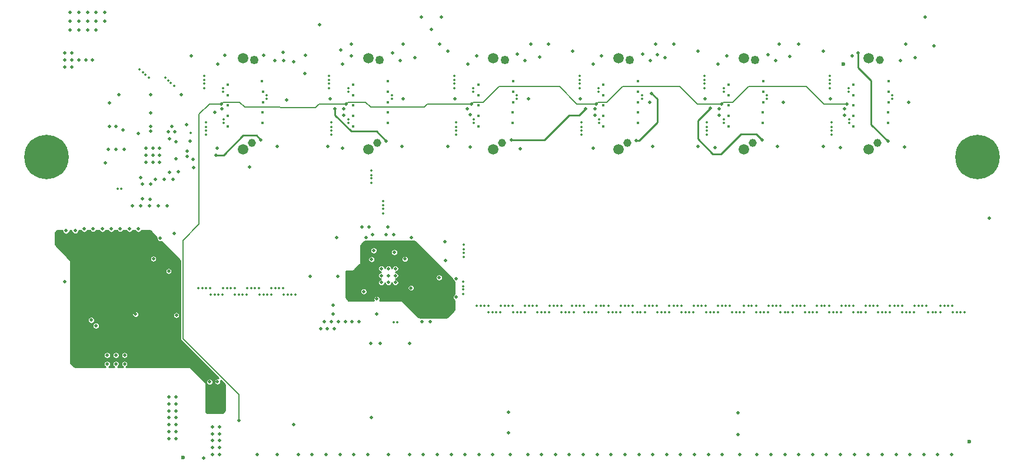
<source format=gbr>
G04 #@! TF.GenerationSoftware,KiCad,Pcbnew,(5.1.5)-3*
G04 #@! TF.CreationDate,2021-10-23T00:21:41+02:00*
G04 #@! TF.ProjectId,riser leopard 2OU Oculink,72697365-7220-46c6-956f-706172642032,rev?*
G04 #@! TF.SameCoordinates,PX4d4b990PY36d6160*
G04 #@! TF.FileFunction,Copper,L4,Inr*
G04 #@! TF.FilePolarity,Positive*
%FSLAX46Y46*%
G04 Gerber Fmt 4.6, Leading zero omitted, Abs format (unit mm)*
G04 Created by KiCad (PCBNEW (5.1.5)-3) date 2021-10-23 00:21:41*
%MOMM*%
%LPD*%
G04 APERTURE LIST*
%ADD10C,0.800000*%
%ADD11C,6.400000*%
%ADD12C,1.500000*%
%ADD13C,1.150000*%
%ADD14C,1.250000*%
%ADD15C,0.500000*%
%ADD16C,0.600000*%
%ADD17C,0.400000*%
%ADD18C,0.350000*%
%ADD19C,0.250000*%
%ADD20C,0.200000*%
%ADD21C,0.254000*%
G04 APERTURE END LIST*
D10*
X1697056Y1697056D03*
X0Y2400000D03*
X-1697056Y1697056D03*
X-2400000Y0D03*
X-1697056Y-1697056D03*
X0Y-2400000D03*
X1697056Y-1697056D03*
X2400000Y0D03*
D11*
X0Y0D03*
X133900000Y-10000D03*
D10*
X136300000Y-10000D03*
X135597056Y-1707056D03*
X133900000Y-2410000D03*
X132202944Y-1707056D03*
X131500000Y-10000D03*
X132202944Y1687056D03*
X133900000Y2390000D03*
X135597056Y1687056D03*
D12*
X100280000Y1070000D03*
X100280000Y14230000D03*
D13*
X101540000Y2030000D03*
D14*
X101900000Y13930000D03*
X65900000Y13930000D03*
D13*
X65540000Y2030000D03*
D12*
X64280000Y14230000D03*
X64280000Y1070000D03*
X82280000Y1070000D03*
X82280000Y14230000D03*
D13*
X83540000Y2030000D03*
D14*
X83900000Y13930000D03*
X29900000Y13930000D03*
D13*
X29540000Y2030000D03*
D12*
X28280000Y14230000D03*
X28280000Y1070000D03*
X46280000Y1070000D03*
X46280000Y14230000D03*
D13*
X47540000Y2030000D03*
D14*
X47900000Y13930000D03*
D12*
X118280000Y1070000D03*
X118280000Y14230000D03*
D13*
X119540000Y2030000D03*
X119900000Y13930000D03*
D15*
X14275000Y1250000D03*
D16*
X19600000Y-43306600D03*
D15*
X36200000Y-42872200D03*
X33200000Y-42872200D03*
X30325000Y-42872200D03*
X46200000Y-42872200D03*
X49200000Y-42872200D03*
X66700000Y-42872200D03*
X64200000Y-42872200D03*
X99700000Y-42872200D03*
X130200000Y-42872200D03*
X128200000Y-42872200D03*
X126200000Y-42872200D03*
X124200000Y-42872200D03*
X122200000Y-42872200D03*
X120200000Y-42872200D03*
X118200000Y-42872200D03*
X116200000Y-42872200D03*
X114200000Y-42872200D03*
X112200000Y-42872200D03*
X110200000Y-42872200D03*
X108200000Y-42872200D03*
X106200000Y-42872200D03*
X104200000Y-42872200D03*
X102200000Y-42872200D03*
X97200000Y-42872200D03*
X95200000Y-42872200D03*
X93200000Y-42872200D03*
X91200000Y-42872200D03*
X89200000Y-42872200D03*
X87200000Y-42872200D03*
X85200000Y-42872200D03*
X83200000Y-42872200D03*
X81200000Y-42872200D03*
X79200000Y-42872200D03*
X77200000Y-42872200D03*
X75200000Y-42872200D03*
X73200000Y-42872200D03*
X71200000Y-42872200D03*
X69200000Y-42872200D03*
X62200000Y-42872200D03*
X60200000Y-42872200D03*
X58200000Y-42872200D03*
X56200000Y-42872200D03*
X54200000Y-42872200D03*
X52200000Y-42872200D03*
X44200000Y-42872200D03*
X42200000Y-42872200D03*
X40200000Y-42872200D03*
X38200000Y-42872200D03*
X17550000Y-16450000D03*
X15350000Y-14650000D03*
D17*
X121050000Y4900000D03*
X116100000Y4400000D03*
X121100000Y10900000D03*
X116100000Y10400000D03*
X121100000Y9400000D03*
X116100000Y7400000D03*
X116100000Y5900000D03*
X121050000Y6400000D03*
X121100000Y7900000D03*
X116100000Y8900000D03*
D16*
X114600000Y13350000D03*
D15*
X122850000Y13900000D03*
X114200000Y1350000D03*
D16*
X132700000Y-41000000D03*
D17*
X98100000Y4400000D03*
X98100000Y10400000D03*
X103100000Y9400000D03*
X103050000Y6400000D03*
X98100000Y7400000D03*
X103100000Y7900000D03*
X98100000Y5900000D03*
X103100000Y10900000D03*
X103050000Y4900000D03*
D15*
X96600000Y13350000D03*
X104850000Y13900000D03*
D17*
X98100000Y8900000D03*
D15*
X96200000Y1350000D03*
X105150000Y1500000D03*
D17*
X80100000Y8900000D03*
X62100000Y8900000D03*
X44100000Y8900000D03*
D15*
X87150000Y1500000D03*
X51150000Y1500000D03*
D17*
X80100000Y5900000D03*
X62100000Y5900000D03*
X44100000Y5900000D03*
X80100000Y10400000D03*
X62100000Y10400000D03*
X44100000Y10400000D03*
X85100000Y9400000D03*
X67100000Y9400000D03*
X49100000Y9400000D03*
X80100000Y4400000D03*
X62100000Y4400000D03*
X44100000Y4400000D03*
X85050000Y6400000D03*
X67050000Y6400000D03*
X49050000Y6400000D03*
X80100000Y7400000D03*
X62100000Y7400000D03*
X44100000Y7400000D03*
X85100000Y7900000D03*
X67100000Y7900000D03*
X49100000Y7900000D03*
X85100000Y10900000D03*
X67100000Y10900000D03*
X49100000Y10900000D03*
D15*
X78600000Y13350000D03*
X60600000Y13350000D03*
X42600000Y13350000D03*
D17*
X85050000Y4900000D03*
X67050000Y4900000D03*
X49050000Y4900000D03*
D15*
X86850000Y13900000D03*
X68850000Y13900000D03*
X50850000Y13900000D03*
X15000000Y6325000D03*
X45600000Y-19375000D03*
X41900000Y-17200000D03*
X46750000Y-14750000D03*
X51550000Y-14700000D03*
X66450000Y-36750000D03*
X99450000Y-36850000D03*
X35550000Y-38550000D03*
X68150000Y1150000D03*
D17*
X26100000Y8900000D03*
D15*
X24600000Y13350000D03*
D17*
X31100000Y7900000D03*
X26100000Y4400000D03*
X31100000Y9400000D03*
X31050000Y4900000D03*
X31050000Y6400000D03*
X26100000Y7400000D03*
X26100000Y5900000D03*
X26100000Y10400000D03*
D15*
X32850000Y13900000D03*
X33150000Y1500000D03*
X46600000Y-26875000D03*
X48000000Y-26875000D03*
X52250000Y-26875000D03*
X55200000Y-23725000D03*
X54000000Y-23725000D03*
X47500000Y-22650000D03*
X41225000Y-22575000D03*
X41250000Y-21375000D03*
X41750000Y-11600000D03*
X22600000Y-43325000D03*
X21175000Y-1500000D03*
X18925000Y-2150000D03*
X17650000Y2600000D03*
X13175000Y3400000D03*
X8450000Y-875000D03*
X13500000Y-3000000D03*
X17650000Y-2200000D03*
D18*
X22650000Y11700000D03*
X22650000Y9925000D03*
X22950000Y4950000D03*
X22950000Y3175000D03*
X40650000Y11700000D03*
X58650000Y11700000D03*
X76650000Y11700000D03*
X94650000Y11700000D03*
X112650000Y11700000D03*
X40950000Y3175000D03*
X58950000Y3175000D03*
X76950000Y3175000D03*
X94950000Y3175000D03*
X112950000Y3175000D03*
X40650000Y9925000D03*
X58650000Y9925000D03*
X76650000Y9925000D03*
X94650000Y9925000D03*
X112650000Y9925000D03*
X40950000Y4950000D03*
X58950000Y4950000D03*
X76950000Y4950000D03*
X94950000Y4950000D03*
X112950000Y4950000D03*
X46725000Y-3750000D03*
X46725000Y-1975000D03*
X48375000Y-8100000D03*
X48375000Y-6325000D03*
X14700000Y11400000D03*
X13400000Y12625000D03*
X17050000Y11425000D03*
X18350000Y10200000D03*
D15*
X19375000Y9000000D03*
X14950000Y9000000D03*
X10400000Y9000000D03*
X9050000Y7750000D03*
X46725000Y-37500000D03*
X24575000Y-32350000D03*
X23425000Y-32375000D03*
X20100000Y4625000D03*
X20625000Y2275000D03*
X9000000Y4375000D03*
X10000000Y4375000D03*
X10975000Y3875000D03*
X13750000Y-6050000D03*
X14900000Y-6075000D03*
X12300000Y-7050000D03*
X13550000Y-7050000D03*
X14800000Y-7050000D03*
X16050000Y-7050000D03*
X17300000Y-7050000D03*
X15275000Y1250000D03*
X16275000Y1250000D03*
X14275000Y250000D03*
X15275000Y250000D03*
X16275000Y250000D03*
X14275000Y-750000D03*
X15275000Y-750000D03*
X16275000Y-750000D03*
X3375000Y20775000D03*
X4625000Y20775000D03*
X5875000Y20775000D03*
X7125000Y20775000D03*
X8375000Y20775000D03*
X3375000Y19525000D03*
X4625000Y19525000D03*
X5875000Y19525000D03*
X7125000Y19525000D03*
X8375000Y19525000D03*
X3375000Y18275000D03*
X4625000Y18275000D03*
X5875000Y18275000D03*
X7125000Y18275000D03*
X50150000Y-16075000D03*
X50150000Y-17075000D03*
X50150000Y-18075000D03*
X48150000Y-18075000D03*
X49150000Y-18075000D03*
X49150000Y-16075000D03*
X48150000Y-17075000D03*
X48150000Y-16075000D03*
X49150000Y-17075000D03*
X24575000Y1275000D03*
D17*
X31000000Y10900000D03*
D15*
X52425000Y-18850000D03*
X49900000Y-11175000D03*
X46875000Y-11150000D03*
X45400000Y-10075000D03*
X45975000Y-11600000D03*
X123400000Y1400000D03*
X52475000Y-11600000D03*
X18650000Y-22800000D03*
X12800000Y-22650000D03*
X42550000Y1300000D03*
X2625000Y-17975000D03*
X60900000Y1450000D03*
X58900000Y-20200000D03*
D18*
X59900000Y-17975000D03*
X59900000Y-19750000D03*
D15*
X58875000Y-17500000D03*
X46400000Y-10075000D03*
X78600000Y1275000D03*
X57275000Y-12200000D03*
X56475000Y-17375000D03*
X57350000Y-14900000D03*
D18*
X60050000Y-12650000D03*
X60050000Y-14425000D03*
D15*
X37900000Y-17200000D03*
D18*
X63550000Y-21400000D03*
X61850000Y-21400000D03*
X67050000Y-21400000D03*
X70550000Y-21400000D03*
X74050000Y-21400000D03*
X77300000Y-21400000D03*
X80800000Y-21400000D03*
X84300000Y-21400000D03*
X87800000Y-21400000D03*
X91300000Y-21400000D03*
X94800000Y-21400000D03*
X98300000Y-21400000D03*
X102050000Y-21400000D03*
X105550000Y-21400000D03*
X109050000Y-21400000D03*
X112550000Y-21400000D03*
X116050000Y-21400000D03*
X119550000Y-21400000D03*
X123050000Y-21400000D03*
X126550000Y-21400000D03*
X130300000Y-21400000D03*
X65350000Y-21400000D03*
X68850000Y-21400000D03*
X72350000Y-21400000D03*
X75600000Y-21400000D03*
X79100000Y-21400000D03*
X82600000Y-21400000D03*
X86100000Y-21400000D03*
X89600000Y-21400000D03*
X93100000Y-21400000D03*
X96600000Y-21400000D03*
X100350000Y-21400000D03*
X103850000Y-21400000D03*
X107350000Y-21400000D03*
X110850000Y-21400000D03*
X114350000Y-21400000D03*
X117850000Y-21400000D03*
X121350000Y-21400000D03*
X124850000Y-21400000D03*
X128600000Y-21400000D03*
X65300000Y-22350000D03*
X63600000Y-22350000D03*
X103800000Y-22350000D03*
X93050000Y-22350000D03*
X68800000Y-22350000D03*
X72300000Y-22350000D03*
X86050000Y-22350000D03*
X96550000Y-22350000D03*
X107300000Y-22350000D03*
X79050000Y-22350000D03*
X117800000Y-22350000D03*
X75800000Y-22350000D03*
X116100000Y-22350000D03*
X119600000Y-22350000D03*
X123100000Y-22350000D03*
X112600000Y-22350000D03*
X82550000Y-22350000D03*
X94850000Y-22350000D03*
X132050000Y-22350000D03*
X77350000Y-22350000D03*
X91350000Y-22350000D03*
X84350000Y-22350000D03*
X87850000Y-22350000D03*
X126850000Y-22350000D03*
X121300000Y-22350000D03*
X124800000Y-22350000D03*
X128550000Y-22350000D03*
X110800000Y-22350000D03*
X98600000Y-22350000D03*
X102100000Y-22350000D03*
X80850000Y-22350000D03*
X89550000Y-22350000D03*
X74100000Y-22350000D03*
X130350000Y-22350000D03*
X114300000Y-22350000D03*
X67100000Y-22350000D03*
X70600000Y-22350000D03*
X100300000Y-22350000D03*
X109100000Y-22350000D03*
X105600000Y-22350000D03*
X23550000Y-18900000D03*
X21850000Y-18900000D03*
X27050000Y-18900000D03*
X30550000Y-18900000D03*
X34050000Y-18900000D03*
X32350000Y-18900000D03*
X25350000Y-18900000D03*
X28850000Y-18900000D03*
X25300000Y-19850000D03*
X34100000Y-19850000D03*
X35800000Y-19850000D03*
X23600000Y-19850000D03*
X32300000Y-19850000D03*
X28800000Y-19850000D03*
X30600000Y-19850000D03*
X27100000Y-19850000D03*
D15*
X103750000Y14725000D03*
X85750000Y14800000D03*
X67750000Y14775000D03*
X49750000Y14975000D03*
X31200000Y14675000D03*
X17600000Y-34550000D03*
X18600000Y-34550000D03*
X17600000Y-35550000D03*
X18600000Y-35550000D03*
X17600000Y-36550000D03*
X18600000Y-36550000D03*
X17600000Y-37550000D03*
X18600000Y-37550000D03*
X17600000Y-38550000D03*
X18600000Y-38550000D03*
X17600000Y-39550000D03*
X18600000Y-39550000D03*
X17600000Y-40550000D03*
X18600000Y-40550000D03*
X111700000Y15200000D03*
X93700000Y15200000D03*
X75700000Y15200000D03*
X57700000Y15200000D03*
X111700000Y1475000D03*
X93700000Y1475000D03*
X57700000Y1475000D03*
X40425000Y1500000D03*
X34025000Y15100000D03*
X39950000Y-23750000D03*
X18625000Y2200000D03*
X8900000Y1100000D03*
X9975000Y1100000D03*
X11125000Y1100000D03*
X18600000Y-275000D03*
X25650000Y14650000D03*
X43850000Y14550000D03*
X61850000Y14550000D03*
X79850000Y14550000D03*
X97850000Y14550000D03*
X115850000Y14550000D03*
X40950000Y-23750000D03*
X41950000Y-23750000D03*
X42950000Y-23750000D03*
X43950000Y-23750000D03*
X44950000Y-23750000D03*
X40400000Y-24750000D03*
X41400000Y-24750000D03*
X39400000Y-24750000D03*
X47500000Y-20450000D03*
X47050000Y-13475000D03*
X50025000Y-13725000D03*
X23875000Y-38850000D03*
X24875000Y-38850000D03*
X23875000Y-39850000D03*
X24875000Y-39850000D03*
X23875000Y-40850000D03*
X24875000Y-40850000D03*
X23875000Y-41850000D03*
X24875000Y-41850000D03*
X23875000Y-42850000D03*
X24875000Y-42850000D03*
X2625000Y14950000D03*
X3625000Y14950000D03*
X2625000Y13950000D03*
X3625000Y13950000D03*
X4625000Y13950000D03*
X5625000Y13950000D03*
X6625000Y13950000D03*
X3625000Y12950000D03*
X2625000Y12950000D03*
X40750000Y8400000D03*
X20850000Y14550000D03*
X58750000Y8400000D03*
X76750000Y8400000D03*
X94750000Y8400000D03*
X112750000Y8400000D03*
D18*
X20725000Y3425000D03*
D15*
X8700000Y-28550000D03*
X9950000Y-28550000D03*
X11200000Y-28550000D03*
X8700000Y-29800000D03*
X9950000Y-29800000D03*
X11200000Y-29800000D03*
X30825000Y2475000D03*
X24400000Y275000D03*
X48875000Y2300000D03*
X41500000Y6925000D03*
X66875000Y2425000D03*
X84850000Y2325000D03*
X77500000Y6925000D03*
X95500000Y7025000D03*
X102900000Y2450000D03*
X87050000Y9125000D03*
X87850000Y14700000D03*
X121025000Y2275000D03*
X116775000Y14975000D03*
X37200000Y14600000D03*
X18750000Y-15150000D03*
X17800000Y-21100000D03*
X17800000Y-20100000D03*
X23525000Y-35325000D03*
X24525000Y-35325000D03*
X23525000Y-36325000D03*
X24525000Y-36325000D03*
X5150000Y-29575000D03*
X6450000Y-29575000D03*
X11250000Y-11375000D03*
X9950000Y-11375000D03*
X8650000Y-11375000D03*
X7350000Y-11375000D03*
X6050000Y-11375000D03*
X4750000Y-11375000D03*
X3450000Y-11375000D03*
X2150000Y-11375000D03*
X13850000Y-11375000D03*
X12550000Y-11375000D03*
X17500000Y-25850000D03*
X18650000Y-26025000D03*
X55325000Y18350000D03*
X42300000Y15375000D03*
X18050000Y4400000D03*
X18400000Y3600000D03*
X17475000Y3600000D03*
X45175000Y-20325000D03*
X15000000Y4425000D03*
X15000000Y3725000D03*
X13800000Y-3900000D03*
X14975000Y-3925000D03*
X15650000Y-3250000D03*
X16900000Y-3250000D03*
X18150000Y-3250000D03*
X20250000Y800000D03*
X20250000Y50000D03*
X21100000Y-325000D03*
X49075000Y-10100000D03*
X48875000Y-11150000D03*
X48500000Y-13025000D03*
X52600000Y-14325000D03*
X52600000Y-15325000D03*
X52750000Y-17300000D03*
X53750000Y-17300000D03*
X53100000Y-20825000D03*
X54350000Y-20825000D03*
X55600000Y-20825000D03*
X56850000Y-20825000D03*
X56375000Y-21850000D03*
X57625000Y-21850000D03*
X44100000Y-17325000D03*
X45350000Y-17325000D03*
X45775000Y-15525000D03*
X45775000Y-14275000D03*
D18*
X22448800Y-18900000D03*
X22950000Y3798800D03*
X25954168Y-18900000D03*
X25450000Y4898800D03*
X29448800Y-18900000D03*
X25400000Y9398800D03*
X32948800Y-18900000D03*
X22650000Y10548800D03*
X22951200Y-18900000D03*
X22950000Y4301200D03*
X26456568Y-18900000D03*
X25450000Y5401200D03*
X29951200Y-18900000D03*
X25400000Y9901200D03*
X33451200Y-18900000D03*
X22650000Y11051200D03*
X76198800Y-21400000D03*
X58950000Y3798800D03*
X79698800Y-21400000D03*
X61450000Y4898800D03*
X83198800Y-21400000D03*
X61400000Y9398800D03*
X86698800Y-21400000D03*
X58650000Y10548800D03*
X76701200Y-21400000D03*
X58950000Y4301200D03*
X80201200Y-21400000D03*
X61450000Y5401200D03*
X83701200Y-21400000D03*
X61400000Y9901200D03*
X87201200Y-21400000D03*
X58650000Y11051200D03*
X104448800Y-21400000D03*
X94950000Y3798800D03*
X107948800Y-21400000D03*
X97450000Y4898800D03*
X111448800Y-21400000D03*
X97400000Y9398800D03*
X114948800Y-21400000D03*
X94650000Y10548800D03*
X104951200Y-21400000D03*
X94950000Y4301200D03*
X108451200Y-21400000D03*
X97450000Y5401200D03*
X111951200Y-21400000D03*
X97400000Y9901200D03*
X115451200Y-21400000D03*
X94650000Y11051200D03*
X118448800Y-21400000D03*
X112950000Y3798800D03*
X121948800Y-21400000D03*
X115450000Y4898800D03*
X125448800Y-21400000D03*
X115400000Y9398800D03*
X129198800Y-21400000D03*
X112650000Y10548800D03*
X40950000Y3798800D03*
X62448800Y-21400000D03*
X43450000Y4898800D03*
X65948800Y-21400000D03*
X43400000Y9398800D03*
X69448800Y-21400000D03*
X40650000Y10548800D03*
X72948800Y-21400000D03*
X118951200Y-21400000D03*
X112950000Y4301200D03*
X122451200Y-21400000D03*
X115450000Y5401200D03*
X125951200Y-21400000D03*
X115400000Y9901200D03*
X129701200Y-21400000D03*
X112650000Y11051200D03*
X40950000Y4301200D03*
X62951200Y-21400000D03*
X43450000Y5401200D03*
X66451200Y-21400000D03*
X43400000Y9901200D03*
X69951200Y-21400000D03*
X40650000Y11051200D03*
X73451200Y-21400000D03*
X76950000Y3798800D03*
X90198800Y-21400000D03*
X79450000Y4898800D03*
X93698800Y-21400000D03*
X79400000Y9398800D03*
X97198800Y-21400000D03*
X76650000Y10548800D03*
X100948800Y-21400000D03*
X76950000Y4301200D03*
X90701200Y-21400000D03*
X79450000Y5401200D03*
X94201200Y-21400000D03*
X79400000Y9901200D03*
X97701200Y-21400000D03*
X76650000Y11051200D03*
X101451200Y-21400000D03*
D15*
X34125000Y13900000D03*
X126425000Y20125000D03*
X56775000Y20125000D03*
X53950000Y20125000D03*
X18350000Y-11025000D03*
X39225000Y19000000D03*
X35500000Y13700000D03*
X123600000Y16250000D03*
X108225000Y16250000D03*
X105375000Y16250000D03*
X90225000Y16250000D03*
X87650000Y16250000D03*
X72225000Y16250000D03*
X69675000Y16250000D03*
X56525000Y16250000D03*
X51325000Y16250000D03*
X43850000Y16250000D03*
X29150000Y-1450000D03*
X135600000Y-8800000D03*
X127700000Y16000000D03*
D18*
X10198800Y-4600000D03*
X10701200Y-4600000D03*
D15*
X27650000Y-37900000D03*
X115100000Y7650000D03*
X97100000Y7650000D03*
X79100000Y7650000D03*
X61100000Y7650000D03*
X43100000Y7650000D03*
X25100000Y7650000D03*
D18*
X24198800Y-19850000D03*
X24701200Y-19850000D03*
X27698800Y-19850000D03*
X28201200Y-19850000D03*
X31198800Y-19850000D03*
X31701200Y-19850000D03*
X34698800Y-19850000D03*
X35201200Y-19850000D03*
X49898800Y-23800000D03*
X50401200Y-23800000D03*
X64198800Y-22350000D03*
X64701200Y-22350000D03*
X67698800Y-22350000D03*
X68201200Y-22350000D03*
X71198800Y-22350000D03*
X71701200Y-22350000D03*
X74698800Y-22350000D03*
X75201200Y-22350000D03*
D15*
X66450000Y-39700000D03*
D18*
X77948800Y-22350000D03*
X78451200Y-22350000D03*
X81448800Y-22350000D03*
X81951200Y-22350000D03*
X84948800Y-22350000D03*
X85451200Y-22350000D03*
X88448800Y-22350000D03*
X88951200Y-22350000D03*
X91948800Y-22350000D03*
X92451200Y-22350000D03*
X95448800Y-22350000D03*
X95951200Y-22350000D03*
X99198800Y-22350000D03*
X99701200Y-22350000D03*
X102698800Y-22350000D03*
X103201200Y-22350000D03*
D15*
X99450000Y-40000000D03*
D18*
X106198800Y-22350000D03*
X106701200Y-22350000D03*
X109698800Y-22350000D03*
X110201200Y-22350000D03*
X113198800Y-22350000D03*
X113701200Y-22350000D03*
X116698800Y-22350000D03*
X117201200Y-22350000D03*
X120198800Y-22350000D03*
X120701200Y-22350000D03*
X123698800Y-22350000D03*
X124201200Y-22350000D03*
X127448800Y-22350000D03*
X127951200Y-22350000D03*
X130948800Y-22350000D03*
X131451200Y-22350000D03*
D15*
X25200000Y6900000D03*
X4100000Y-10625000D03*
X24225000Y6400000D03*
X2800000Y-10625000D03*
D18*
X31650000Y8901200D03*
X17497374Y11002626D03*
X31650000Y8398800D03*
X17852626Y10647374D03*
D15*
X37150000Y12050000D03*
X34500000Y8225000D03*
X69300000Y8400000D03*
X70950000Y14375000D03*
D18*
X67650000Y8398800D03*
X46725000Y-3101200D03*
X67650000Y8901200D03*
X46725000Y-2598800D03*
D15*
X10600000Y-10375000D03*
X60925000Y6050000D03*
X60525000Y6900000D03*
X11900000Y-10375000D03*
X96775000Y6900000D03*
X6700000Y-10375000D03*
X96750000Y6000000D03*
X5400000Y-10375000D03*
D18*
X103650000Y8901200D03*
X60050000Y-13801200D03*
X103650000Y8398800D03*
X60050000Y-13298800D03*
D15*
X105950000Y7825000D03*
X106950000Y14425000D03*
X124000000Y7900000D03*
X124950000Y14325000D03*
D18*
X121650000Y8398800D03*
X59900000Y-18598800D03*
X121650000Y8901200D03*
X59900000Y-19101200D03*
D15*
X114750000Y6000000D03*
X7100000Y-24300000D03*
X114775000Y6900000D03*
X6400000Y-23500000D03*
X42775000Y6900000D03*
X16350000Y-11700000D03*
X42750000Y6000000D03*
X13200000Y-10375000D03*
D18*
X49650000Y8901200D03*
X13863660Y12193913D03*
X49650000Y8398800D03*
X14218912Y11838661D03*
D15*
X51300000Y8400000D03*
X52950000Y14325000D03*
X86800000Y7900000D03*
X88950000Y14300000D03*
D18*
X85650000Y8398800D03*
X48375000Y-7451200D03*
X85650000Y8901200D03*
X48375000Y-6948800D03*
D15*
X8000000Y-10375000D03*
X78875000Y6000000D03*
X9300000Y-10375000D03*
X78900000Y6900000D03*
D19*
X30825000Y2475000D02*
X30175000Y3125000D01*
X30175000Y3125000D02*
X28275000Y3125000D01*
X28275000Y3125000D02*
X25425000Y275000D01*
X25425000Y275000D02*
X24400000Y275000D01*
X48875000Y2300000D02*
X47500000Y3675000D01*
X47500000Y3675000D02*
X43800000Y3675000D01*
X43800000Y3675000D02*
X41500000Y5975000D01*
X41500000Y5975000D02*
X41500000Y6925000D01*
X66875000Y2425000D02*
X67228553Y2425000D01*
X67228553Y2425000D02*
X71600000Y2425000D01*
X71600000Y2425000D02*
X75200000Y6025000D01*
X75200000Y6025000D02*
X76600000Y6025000D01*
X76600000Y6025000D02*
X77500000Y6925000D01*
X102900000Y2450000D02*
X102050000Y3300000D01*
X102050000Y3300000D02*
X99850000Y3300000D01*
X99850000Y3300000D02*
X97000000Y450000D01*
X97000000Y450000D02*
X95825000Y450000D01*
X95825000Y450000D02*
X93700000Y2575000D01*
X93700000Y5225000D02*
X95500000Y7025000D01*
X93700000Y2575000D02*
X93700000Y5225000D01*
X85203553Y2325000D02*
X87825000Y4946447D01*
X84850000Y2325000D02*
X85203553Y2325000D01*
X87825000Y4946447D02*
X87825000Y8350000D01*
X87825000Y8350000D02*
X87050000Y9125000D01*
X121025000Y2275000D02*
X118625000Y4675000D01*
X118625000Y4675000D02*
X118625000Y11025000D01*
X118625000Y11025000D02*
X116775000Y12875000D01*
X116775000Y12875000D02*
X116775000Y14975000D01*
D20*
X43100000Y7650000D02*
X43350000Y7900000D01*
X43350000Y7900000D02*
X45850000Y7900000D01*
X45850000Y7900000D02*
X46600000Y7150000D01*
X61350000Y7900000D02*
X62800000Y7900000D01*
X61100000Y7650000D02*
X61350000Y7900000D01*
X62800000Y7900000D02*
X65050000Y10150000D01*
X65050000Y10150000D02*
X73800000Y10150000D01*
X76300000Y7650000D02*
X79100000Y7650000D01*
X73800000Y10150000D02*
X76300000Y7650000D01*
X93600000Y7650000D02*
X97100000Y7650000D01*
X79350000Y7900000D02*
X80600000Y7900000D01*
X79100000Y7650000D02*
X79350000Y7900000D01*
X80600000Y7900000D02*
X82850000Y10150000D01*
X82850000Y10150000D02*
X91100000Y10150000D01*
X91100000Y10150000D02*
X93600000Y7650000D01*
X111800000Y7650000D02*
X115100000Y7650000D01*
X97350000Y7900000D02*
X98700000Y7900000D01*
X97100000Y7650000D02*
X97350000Y7900000D01*
X98700000Y7900000D02*
X100950000Y10150000D01*
X109300000Y10150000D02*
X111800000Y7650000D01*
X100950000Y10150000D02*
X109300000Y10150000D01*
X27650000Y-34250000D02*
X27650000Y-37900000D01*
X19600000Y-26200000D02*
X27650000Y-34250000D01*
X23400000Y7650000D02*
X21900000Y6150000D01*
X19600000Y-12000000D02*
X19600000Y-26200000D01*
X25100000Y7650000D02*
X23400000Y7650000D01*
X21900000Y6150000D02*
X21900000Y-9700000D01*
X21900000Y-9700000D02*
X19600000Y-12000000D01*
X54800000Y7650000D02*
X54300000Y7150000D01*
X61100000Y7650000D02*
X54800000Y7650000D01*
X46600000Y7150000D02*
X54300000Y7150000D01*
X25350000Y7900000D02*
X25100000Y7650000D01*
X43100000Y7650000D02*
X39175000Y7650000D01*
X39175000Y7650000D02*
X38650000Y7125000D01*
X27750000Y7900000D02*
X25350000Y7900000D01*
X38650000Y7125000D02*
X28500000Y7150000D01*
X28500000Y7150000D02*
X27750000Y7900000D01*
D21*
G36*
X52953059Y-12182665D02*
G01*
X58383655Y-17613261D01*
X58390368Y-17647011D01*
X58428361Y-17738734D01*
X58483517Y-17821282D01*
X58553718Y-17891483D01*
X58634951Y-17945761D01*
X58648000Y-17977263D01*
X58648000Y-19762225D01*
X58578718Y-19808517D01*
X58508517Y-19878718D01*
X58453361Y-19961266D01*
X58415368Y-20052989D01*
X58396000Y-20150360D01*
X58396000Y-20249640D01*
X58415368Y-20347011D01*
X58453361Y-20438734D01*
X58508517Y-20521282D01*
X58578718Y-20591483D01*
X58648000Y-20637775D01*
X58648000Y-21922737D01*
X58577532Y-22092862D01*
X57642862Y-23027532D01*
X57472737Y-23098000D01*
X53702263Y-23098000D01*
X53532138Y-23027532D01*
X51329606Y-20825000D01*
X51310360Y-20809206D01*
X51288404Y-20797470D01*
X51071601Y-20707667D01*
X51047777Y-20700440D01*
X51023000Y-20698000D01*
X47940448Y-20698000D01*
X47946639Y-20688734D01*
X47984632Y-20597011D01*
X48004000Y-20499640D01*
X48004000Y-20400360D01*
X47984632Y-20302989D01*
X47946639Y-20211266D01*
X47891483Y-20128718D01*
X47821282Y-20058517D01*
X47738734Y-20003361D01*
X47647011Y-19965368D01*
X47549640Y-19946000D01*
X47450360Y-19946000D01*
X47352989Y-19965368D01*
X47261266Y-20003361D01*
X47178718Y-20058517D01*
X47108517Y-20128718D01*
X47053361Y-20211266D01*
X47015368Y-20302989D01*
X46996000Y-20400360D01*
X46996000Y-20499640D01*
X47015368Y-20597011D01*
X47053361Y-20688734D01*
X47059552Y-20698000D01*
X43602263Y-20698000D01*
X43432138Y-20627532D01*
X43122468Y-20317862D01*
X43052000Y-20147737D01*
X43052000Y-19325360D01*
X45096000Y-19325360D01*
X45096000Y-19424640D01*
X45115368Y-19522011D01*
X45153361Y-19613734D01*
X45208517Y-19696282D01*
X45278718Y-19766483D01*
X45361266Y-19821639D01*
X45452989Y-19859632D01*
X45550360Y-19879000D01*
X45649640Y-19879000D01*
X45747011Y-19859632D01*
X45838734Y-19821639D01*
X45921282Y-19766483D01*
X45991483Y-19696282D01*
X46046639Y-19613734D01*
X46084632Y-19522011D01*
X46104000Y-19424640D01*
X46104000Y-19325360D01*
X46084632Y-19227989D01*
X46046639Y-19136266D01*
X45991483Y-19053718D01*
X45921282Y-18983517D01*
X45838734Y-18928361D01*
X45747011Y-18890368D01*
X45649640Y-18871000D01*
X45550360Y-18871000D01*
X45452989Y-18890368D01*
X45361266Y-18928361D01*
X45278718Y-18983517D01*
X45208517Y-19053718D01*
X45153361Y-19136266D01*
X45115368Y-19227989D01*
X45096000Y-19325360D01*
X43052000Y-19325360D01*
X43052000Y-18800360D01*
X51921000Y-18800360D01*
X51921000Y-18899640D01*
X51940368Y-18997011D01*
X51978361Y-19088734D01*
X52033517Y-19171282D01*
X52103718Y-19241483D01*
X52186266Y-19296639D01*
X52277989Y-19334632D01*
X52375360Y-19354000D01*
X52474640Y-19354000D01*
X52572011Y-19334632D01*
X52663734Y-19296639D01*
X52746282Y-19241483D01*
X52816483Y-19171282D01*
X52871639Y-19088734D01*
X52909632Y-18997011D01*
X52929000Y-18899640D01*
X52929000Y-18800360D01*
X52909632Y-18702989D01*
X52871639Y-18611266D01*
X52816483Y-18528718D01*
X52746282Y-18458517D01*
X52663734Y-18403361D01*
X52572011Y-18365368D01*
X52474640Y-18346000D01*
X52375360Y-18346000D01*
X52277989Y-18365368D01*
X52186266Y-18403361D01*
X52103718Y-18458517D01*
X52033517Y-18528718D01*
X51978361Y-18611266D01*
X51940368Y-18702989D01*
X51921000Y-18800360D01*
X43052000Y-18800360D01*
X43052000Y-16538651D01*
X43084702Y-16459702D01*
X43163651Y-16427000D01*
X43948000Y-16427000D01*
X43972776Y-16424560D01*
X43996601Y-16417333D01*
X44213404Y-16327530D01*
X44235361Y-16315794D01*
X44254606Y-16300000D01*
X44529246Y-16025360D01*
X47646000Y-16025360D01*
X47646000Y-16124640D01*
X47665368Y-16222011D01*
X47703361Y-16313734D01*
X47758517Y-16396282D01*
X47828718Y-16466483D01*
X47911266Y-16521639D01*
X48002989Y-16559632D01*
X48080250Y-16575000D01*
X48002989Y-16590368D01*
X47911266Y-16628361D01*
X47828718Y-16683517D01*
X47758517Y-16753718D01*
X47703361Y-16836266D01*
X47665368Y-16927989D01*
X47646000Y-17025360D01*
X47646000Y-17124640D01*
X47665368Y-17222011D01*
X47703361Y-17313734D01*
X47758517Y-17396282D01*
X47828718Y-17466483D01*
X47911266Y-17521639D01*
X48002989Y-17559632D01*
X48080250Y-17575000D01*
X48002989Y-17590368D01*
X47911266Y-17628361D01*
X47828718Y-17683517D01*
X47758517Y-17753718D01*
X47703361Y-17836266D01*
X47665368Y-17927989D01*
X47646000Y-18025360D01*
X47646000Y-18124640D01*
X47665368Y-18222011D01*
X47703361Y-18313734D01*
X47758517Y-18396282D01*
X47828718Y-18466483D01*
X47911266Y-18521639D01*
X48002989Y-18559632D01*
X48100360Y-18579000D01*
X48199640Y-18579000D01*
X48297011Y-18559632D01*
X48388734Y-18521639D01*
X48471282Y-18466483D01*
X48541483Y-18396282D01*
X48596639Y-18313734D01*
X48634632Y-18222011D01*
X48650000Y-18144750D01*
X48665368Y-18222011D01*
X48703361Y-18313734D01*
X48758517Y-18396282D01*
X48828718Y-18466483D01*
X48911266Y-18521639D01*
X49002989Y-18559632D01*
X49100360Y-18579000D01*
X49199640Y-18579000D01*
X49297011Y-18559632D01*
X49388734Y-18521639D01*
X49471282Y-18466483D01*
X49541483Y-18396282D01*
X49596639Y-18313734D01*
X49634632Y-18222011D01*
X49650000Y-18144750D01*
X49665368Y-18222011D01*
X49703361Y-18313734D01*
X49758517Y-18396282D01*
X49828718Y-18466483D01*
X49911266Y-18521639D01*
X50002989Y-18559632D01*
X50100360Y-18579000D01*
X50199640Y-18579000D01*
X50297011Y-18559632D01*
X50388734Y-18521639D01*
X50471282Y-18466483D01*
X50541483Y-18396282D01*
X50596639Y-18313734D01*
X50634632Y-18222011D01*
X50654000Y-18124640D01*
X50654000Y-18025360D01*
X50634632Y-17927989D01*
X50596639Y-17836266D01*
X50541483Y-17753718D01*
X50471282Y-17683517D01*
X50388734Y-17628361D01*
X50297011Y-17590368D01*
X50219750Y-17575000D01*
X50297011Y-17559632D01*
X50388734Y-17521639D01*
X50471282Y-17466483D01*
X50541483Y-17396282D01*
X50588870Y-17325360D01*
X55971000Y-17325360D01*
X55971000Y-17424640D01*
X55990368Y-17522011D01*
X56028361Y-17613734D01*
X56083517Y-17696282D01*
X56153718Y-17766483D01*
X56236266Y-17821639D01*
X56327989Y-17859632D01*
X56425360Y-17879000D01*
X56524640Y-17879000D01*
X56622011Y-17859632D01*
X56713734Y-17821639D01*
X56796282Y-17766483D01*
X56866483Y-17696282D01*
X56921639Y-17613734D01*
X56959632Y-17522011D01*
X56979000Y-17424640D01*
X56979000Y-17325360D01*
X56959632Y-17227989D01*
X56921639Y-17136266D01*
X56866483Y-17053718D01*
X56796282Y-16983517D01*
X56713734Y-16928361D01*
X56622011Y-16890368D01*
X56524640Y-16871000D01*
X56425360Y-16871000D01*
X56327989Y-16890368D01*
X56236266Y-16928361D01*
X56153718Y-16983517D01*
X56083517Y-17053718D01*
X56028361Y-17136266D01*
X55990368Y-17227989D01*
X55971000Y-17325360D01*
X50588870Y-17325360D01*
X50596639Y-17313734D01*
X50634632Y-17222011D01*
X50654000Y-17124640D01*
X50654000Y-17025360D01*
X50634632Y-16927989D01*
X50596639Y-16836266D01*
X50541483Y-16753718D01*
X50471282Y-16683517D01*
X50388734Y-16628361D01*
X50297011Y-16590368D01*
X50219750Y-16575000D01*
X50297011Y-16559632D01*
X50388734Y-16521639D01*
X50471282Y-16466483D01*
X50541483Y-16396282D01*
X50596639Y-16313734D01*
X50634632Y-16222011D01*
X50654000Y-16124640D01*
X50654000Y-16025360D01*
X50634632Y-15927989D01*
X50596639Y-15836266D01*
X50541483Y-15753718D01*
X50471282Y-15683517D01*
X50388734Y-15628361D01*
X50297011Y-15590368D01*
X50199640Y-15571000D01*
X50100360Y-15571000D01*
X50002989Y-15590368D01*
X49911266Y-15628361D01*
X49828718Y-15683517D01*
X49758517Y-15753718D01*
X49703361Y-15836266D01*
X49665368Y-15927989D01*
X49650000Y-16005250D01*
X49634632Y-15927989D01*
X49596639Y-15836266D01*
X49541483Y-15753718D01*
X49471282Y-15683517D01*
X49388734Y-15628361D01*
X49297011Y-15590368D01*
X49199640Y-15571000D01*
X49100360Y-15571000D01*
X49002989Y-15590368D01*
X48911266Y-15628361D01*
X48828718Y-15683517D01*
X48758517Y-15753718D01*
X48703361Y-15836266D01*
X48665368Y-15927989D01*
X48650000Y-16005250D01*
X48634632Y-15927989D01*
X48596639Y-15836266D01*
X48541483Y-15753718D01*
X48471282Y-15683517D01*
X48388734Y-15628361D01*
X48297011Y-15590368D01*
X48199640Y-15571000D01*
X48100360Y-15571000D01*
X48002989Y-15590368D01*
X47911266Y-15628361D01*
X47828718Y-15683517D01*
X47758517Y-15753718D01*
X47703361Y-15836266D01*
X47665368Y-15927989D01*
X47646000Y-16025360D01*
X44529246Y-16025360D01*
X45050000Y-15504606D01*
X45065794Y-15485360D01*
X45077530Y-15463404D01*
X45167333Y-15246601D01*
X45174560Y-15222777D01*
X45177000Y-15198000D01*
X45177000Y-14700360D01*
X46246000Y-14700360D01*
X46246000Y-14799640D01*
X46265368Y-14897011D01*
X46303361Y-14988734D01*
X46358517Y-15071282D01*
X46428718Y-15141483D01*
X46511266Y-15196639D01*
X46602989Y-15234632D01*
X46700360Y-15254000D01*
X46799640Y-15254000D01*
X46897011Y-15234632D01*
X46988734Y-15196639D01*
X47071282Y-15141483D01*
X47141483Y-15071282D01*
X47196639Y-14988734D01*
X47234632Y-14897011D01*
X47254000Y-14799640D01*
X47254000Y-14700360D01*
X47244055Y-14650360D01*
X51046000Y-14650360D01*
X51046000Y-14749640D01*
X51065368Y-14847011D01*
X51103361Y-14938734D01*
X51158517Y-15021282D01*
X51228718Y-15091483D01*
X51311266Y-15146639D01*
X51402989Y-15184632D01*
X51500360Y-15204000D01*
X51599640Y-15204000D01*
X51697011Y-15184632D01*
X51788734Y-15146639D01*
X51871282Y-15091483D01*
X51941483Y-15021282D01*
X51996639Y-14938734D01*
X52034632Y-14847011D01*
X52054000Y-14749640D01*
X52054000Y-14650360D01*
X52034632Y-14552989D01*
X51996639Y-14461266D01*
X51941483Y-14378718D01*
X51871282Y-14308517D01*
X51788734Y-14253361D01*
X51697011Y-14215368D01*
X51599640Y-14196000D01*
X51500360Y-14196000D01*
X51402989Y-14215368D01*
X51311266Y-14253361D01*
X51228718Y-14308517D01*
X51158517Y-14378718D01*
X51103361Y-14461266D01*
X51065368Y-14552989D01*
X51046000Y-14650360D01*
X47244055Y-14650360D01*
X47234632Y-14602989D01*
X47196639Y-14511266D01*
X47141483Y-14428718D01*
X47071282Y-14358517D01*
X46988734Y-14303361D01*
X46897011Y-14265368D01*
X46799640Y-14246000D01*
X46700360Y-14246000D01*
X46602989Y-14265368D01*
X46511266Y-14303361D01*
X46428718Y-14358517D01*
X46358517Y-14428718D01*
X46303361Y-14511266D01*
X46265368Y-14602989D01*
X46246000Y-14700360D01*
X45177000Y-14700360D01*
X45177000Y-13425360D01*
X46546000Y-13425360D01*
X46546000Y-13524640D01*
X46565368Y-13622011D01*
X46603361Y-13713734D01*
X46658517Y-13796282D01*
X46728718Y-13866483D01*
X46811266Y-13921639D01*
X46902989Y-13959632D01*
X47000360Y-13979000D01*
X47099640Y-13979000D01*
X47197011Y-13959632D01*
X47288734Y-13921639D01*
X47371282Y-13866483D01*
X47441483Y-13796282D01*
X47496639Y-13713734D01*
X47512534Y-13675360D01*
X49521000Y-13675360D01*
X49521000Y-13774640D01*
X49540368Y-13872011D01*
X49578361Y-13963734D01*
X49633517Y-14046282D01*
X49703718Y-14116483D01*
X49786266Y-14171639D01*
X49877989Y-14209632D01*
X49975360Y-14229000D01*
X50074640Y-14229000D01*
X50172011Y-14209632D01*
X50263734Y-14171639D01*
X50346282Y-14116483D01*
X50416483Y-14046282D01*
X50471639Y-13963734D01*
X50509632Y-13872011D01*
X50529000Y-13774640D01*
X50529000Y-13675360D01*
X50509632Y-13577989D01*
X50471639Y-13486266D01*
X50416483Y-13403718D01*
X50346282Y-13333517D01*
X50263734Y-13278361D01*
X50172011Y-13240368D01*
X50074640Y-13221000D01*
X49975360Y-13221000D01*
X49877989Y-13240368D01*
X49786266Y-13278361D01*
X49703718Y-13333517D01*
X49633517Y-13403718D01*
X49578361Y-13486266D01*
X49540368Y-13577989D01*
X49521000Y-13675360D01*
X47512534Y-13675360D01*
X47534632Y-13622011D01*
X47554000Y-13524640D01*
X47554000Y-13425360D01*
X47534632Y-13327989D01*
X47496639Y-13236266D01*
X47441483Y-13153718D01*
X47371282Y-13083517D01*
X47288734Y-13028361D01*
X47197011Y-12990368D01*
X47099640Y-12971000D01*
X47000360Y-12971000D01*
X46902989Y-12990368D01*
X46811266Y-13028361D01*
X46728718Y-13083517D01*
X46658517Y-13153718D01*
X46603361Y-13236266D01*
X46565368Y-13327989D01*
X46546000Y-13425360D01*
X45177000Y-13425360D01*
X45177000Y-12802263D01*
X45247468Y-12632138D01*
X45682138Y-12197468D01*
X45852263Y-12127000D01*
X52818671Y-12127000D01*
X52953059Y-12182665D01*
G37*
X52953059Y-12182665D02*
X58383655Y-17613261D01*
X58390368Y-17647011D01*
X58428361Y-17738734D01*
X58483517Y-17821282D01*
X58553718Y-17891483D01*
X58634951Y-17945761D01*
X58648000Y-17977263D01*
X58648000Y-19762225D01*
X58578718Y-19808517D01*
X58508517Y-19878718D01*
X58453361Y-19961266D01*
X58415368Y-20052989D01*
X58396000Y-20150360D01*
X58396000Y-20249640D01*
X58415368Y-20347011D01*
X58453361Y-20438734D01*
X58508517Y-20521282D01*
X58578718Y-20591483D01*
X58648000Y-20637775D01*
X58648000Y-21922737D01*
X58577532Y-22092862D01*
X57642862Y-23027532D01*
X57472737Y-23098000D01*
X53702263Y-23098000D01*
X53532138Y-23027532D01*
X51329606Y-20825000D01*
X51310360Y-20809206D01*
X51288404Y-20797470D01*
X51071601Y-20707667D01*
X51047777Y-20700440D01*
X51023000Y-20698000D01*
X47940448Y-20698000D01*
X47946639Y-20688734D01*
X47984632Y-20597011D01*
X48004000Y-20499640D01*
X48004000Y-20400360D01*
X47984632Y-20302989D01*
X47946639Y-20211266D01*
X47891483Y-20128718D01*
X47821282Y-20058517D01*
X47738734Y-20003361D01*
X47647011Y-19965368D01*
X47549640Y-19946000D01*
X47450360Y-19946000D01*
X47352989Y-19965368D01*
X47261266Y-20003361D01*
X47178718Y-20058517D01*
X47108517Y-20128718D01*
X47053361Y-20211266D01*
X47015368Y-20302989D01*
X46996000Y-20400360D01*
X46996000Y-20499640D01*
X47015368Y-20597011D01*
X47053361Y-20688734D01*
X47059552Y-20698000D01*
X43602263Y-20698000D01*
X43432138Y-20627532D01*
X43122468Y-20317862D01*
X43052000Y-20147737D01*
X43052000Y-19325360D01*
X45096000Y-19325360D01*
X45096000Y-19424640D01*
X45115368Y-19522011D01*
X45153361Y-19613734D01*
X45208517Y-19696282D01*
X45278718Y-19766483D01*
X45361266Y-19821639D01*
X45452989Y-19859632D01*
X45550360Y-19879000D01*
X45649640Y-19879000D01*
X45747011Y-19859632D01*
X45838734Y-19821639D01*
X45921282Y-19766483D01*
X45991483Y-19696282D01*
X46046639Y-19613734D01*
X46084632Y-19522011D01*
X46104000Y-19424640D01*
X46104000Y-19325360D01*
X46084632Y-19227989D01*
X46046639Y-19136266D01*
X45991483Y-19053718D01*
X45921282Y-18983517D01*
X45838734Y-18928361D01*
X45747011Y-18890368D01*
X45649640Y-18871000D01*
X45550360Y-18871000D01*
X45452989Y-18890368D01*
X45361266Y-18928361D01*
X45278718Y-18983517D01*
X45208517Y-19053718D01*
X45153361Y-19136266D01*
X45115368Y-19227989D01*
X45096000Y-19325360D01*
X43052000Y-19325360D01*
X43052000Y-18800360D01*
X51921000Y-18800360D01*
X51921000Y-18899640D01*
X51940368Y-18997011D01*
X51978361Y-19088734D01*
X52033517Y-19171282D01*
X52103718Y-19241483D01*
X52186266Y-19296639D01*
X52277989Y-19334632D01*
X52375360Y-19354000D01*
X52474640Y-19354000D01*
X52572011Y-19334632D01*
X52663734Y-19296639D01*
X52746282Y-19241483D01*
X52816483Y-19171282D01*
X52871639Y-19088734D01*
X52909632Y-18997011D01*
X52929000Y-18899640D01*
X52929000Y-18800360D01*
X52909632Y-18702989D01*
X52871639Y-18611266D01*
X52816483Y-18528718D01*
X52746282Y-18458517D01*
X52663734Y-18403361D01*
X52572011Y-18365368D01*
X52474640Y-18346000D01*
X52375360Y-18346000D01*
X52277989Y-18365368D01*
X52186266Y-18403361D01*
X52103718Y-18458517D01*
X52033517Y-18528718D01*
X51978361Y-18611266D01*
X51940368Y-18702989D01*
X51921000Y-18800360D01*
X43052000Y-18800360D01*
X43052000Y-16538651D01*
X43084702Y-16459702D01*
X43163651Y-16427000D01*
X43948000Y-16427000D01*
X43972776Y-16424560D01*
X43996601Y-16417333D01*
X44213404Y-16327530D01*
X44235361Y-16315794D01*
X44254606Y-16300000D01*
X44529246Y-16025360D01*
X47646000Y-16025360D01*
X47646000Y-16124640D01*
X47665368Y-16222011D01*
X47703361Y-16313734D01*
X47758517Y-16396282D01*
X47828718Y-16466483D01*
X47911266Y-16521639D01*
X48002989Y-16559632D01*
X48080250Y-16575000D01*
X48002989Y-16590368D01*
X47911266Y-16628361D01*
X47828718Y-16683517D01*
X47758517Y-16753718D01*
X47703361Y-16836266D01*
X47665368Y-16927989D01*
X47646000Y-17025360D01*
X47646000Y-17124640D01*
X47665368Y-17222011D01*
X47703361Y-17313734D01*
X47758517Y-17396282D01*
X47828718Y-17466483D01*
X47911266Y-17521639D01*
X48002989Y-17559632D01*
X48080250Y-17575000D01*
X48002989Y-17590368D01*
X47911266Y-17628361D01*
X47828718Y-17683517D01*
X47758517Y-17753718D01*
X47703361Y-17836266D01*
X47665368Y-17927989D01*
X47646000Y-18025360D01*
X47646000Y-18124640D01*
X47665368Y-18222011D01*
X47703361Y-18313734D01*
X47758517Y-18396282D01*
X47828718Y-18466483D01*
X47911266Y-18521639D01*
X48002989Y-18559632D01*
X48100360Y-18579000D01*
X48199640Y-18579000D01*
X48297011Y-18559632D01*
X48388734Y-18521639D01*
X48471282Y-18466483D01*
X48541483Y-18396282D01*
X48596639Y-18313734D01*
X48634632Y-18222011D01*
X48650000Y-18144750D01*
X48665368Y-18222011D01*
X48703361Y-18313734D01*
X48758517Y-18396282D01*
X48828718Y-18466483D01*
X48911266Y-18521639D01*
X49002989Y-18559632D01*
X49100360Y-18579000D01*
X49199640Y-18579000D01*
X49297011Y-18559632D01*
X49388734Y-18521639D01*
X49471282Y-18466483D01*
X49541483Y-18396282D01*
X49596639Y-18313734D01*
X49634632Y-18222011D01*
X49650000Y-18144750D01*
X49665368Y-18222011D01*
X49703361Y-18313734D01*
X49758517Y-18396282D01*
X49828718Y-18466483D01*
X49911266Y-18521639D01*
X50002989Y-18559632D01*
X50100360Y-18579000D01*
X50199640Y-18579000D01*
X50297011Y-18559632D01*
X50388734Y-18521639D01*
X50471282Y-18466483D01*
X50541483Y-18396282D01*
X50596639Y-18313734D01*
X50634632Y-18222011D01*
X50654000Y-18124640D01*
X50654000Y-18025360D01*
X50634632Y-17927989D01*
X50596639Y-17836266D01*
X50541483Y-17753718D01*
X50471282Y-17683517D01*
X50388734Y-17628361D01*
X50297011Y-17590368D01*
X50219750Y-17575000D01*
X50297011Y-17559632D01*
X50388734Y-17521639D01*
X50471282Y-17466483D01*
X50541483Y-17396282D01*
X50588870Y-17325360D01*
X55971000Y-17325360D01*
X55971000Y-17424640D01*
X55990368Y-17522011D01*
X56028361Y-17613734D01*
X56083517Y-17696282D01*
X56153718Y-17766483D01*
X56236266Y-17821639D01*
X56327989Y-17859632D01*
X56425360Y-17879000D01*
X56524640Y-17879000D01*
X56622011Y-17859632D01*
X56713734Y-17821639D01*
X56796282Y-17766483D01*
X56866483Y-17696282D01*
X56921639Y-17613734D01*
X56959632Y-17522011D01*
X56979000Y-17424640D01*
X56979000Y-17325360D01*
X56959632Y-17227989D01*
X56921639Y-17136266D01*
X56866483Y-17053718D01*
X56796282Y-16983517D01*
X56713734Y-16928361D01*
X56622011Y-16890368D01*
X56524640Y-16871000D01*
X56425360Y-16871000D01*
X56327989Y-16890368D01*
X56236266Y-16928361D01*
X56153718Y-16983517D01*
X56083517Y-17053718D01*
X56028361Y-17136266D01*
X55990368Y-17227989D01*
X55971000Y-17325360D01*
X50588870Y-17325360D01*
X50596639Y-17313734D01*
X50634632Y-17222011D01*
X50654000Y-17124640D01*
X50654000Y-17025360D01*
X50634632Y-16927989D01*
X50596639Y-16836266D01*
X50541483Y-16753718D01*
X50471282Y-16683517D01*
X50388734Y-16628361D01*
X50297011Y-16590368D01*
X50219750Y-16575000D01*
X50297011Y-16559632D01*
X50388734Y-16521639D01*
X50471282Y-16466483D01*
X50541483Y-16396282D01*
X50596639Y-16313734D01*
X50634632Y-16222011D01*
X50654000Y-16124640D01*
X50654000Y-16025360D01*
X50634632Y-15927989D01*
X50596639Y-15836266D01*
X50541483Y-15753718D01*
X50471282Y-15683517D01*
X50388734Y-15628361D01*
X50297011Y-15590368D01*
X50199640Y-15571000D01*
X50100360Y-15571000D01*
X50002989Y-15590368D01*
X49911266Y-15628361D01*
X49828718Y-15683517D01*
X49758517Y-15753718D01*
X49703361Y-15836266D01*
X49665368Y-15927989D01*
X49650000Y-16005250D01*
X49634632Y-15927989D01*
X49596639Y-15836266D01*
X49541483Y-15753718D01*
X49471282Y-15683517D01*
X49388734Y-15628361D01*
X49297011Y-15590368D01*
X49199640Y-15571000D01*
X49100360Y-15571000D01*
X49002989Y-15590368D01*
X48911266Y-15628361D01*
X48828718Y-15683517D01*
X48758517Y-15753718D01*
X48703361Y-15836266D01*
X48665368Y-15927989D01*
X48650000Y-16005250D01*
X48634632Y-15927989D01*
X48596639Y-15836266D01*
X48541483Y-15753718D01*
X48471282Y-15683517D01*
X48388734Y-15628361D01*
X48297011Y-15590368D01*
X48199640Y-15571000D01*
X48100360Y-15571000D01*
X48002989Y-15590368D01*
X47911266Y-15628361D01*
X47828718Y-15683517D01*
X47758517Y-15753718D01*
X47703361Y-15836266D01*
X47665368Y-15927989D01*
X47646000Y-16025360D01*
X44529246Y-16025360D01*
X45050000Y-15504606D01*
X45065794Y-15485360D01*
X45077530Y-15463404D01*
X45167333Y-15246601D01*
X45174560Y-15222777D01*
X45177000Y-15198000D01*
X45177000Y-14700360D01*
X46246000Y-14700360D01*
X46246000Y-14799640D01*
X46265368Y-14897011D01*
X46303361Y-14988734D01*
X46358517Y-15071282D01*
X46428718Y-15141483D01*
X46511266Y-15196639D01*
X46602989Y-15234632D01*
X46700360Y-15254000D01*
X46799640Y-15254000D01*
X46897011Y-15234632D01*
X46988734Y-15196639D01*
X47071282Y-15141483D01*
X47141483Y-15071282D01*
X47196639Y-14988734D01*
X47234632Y-14897011D01*
X47254000Y-14799640D01*
X47254000Y-14700360D01*
X47244055Y-14650360D01*
X51046000Y-14650360D01*
X51046000Y-14749640D01*
X51065368Y-14847011D01*
X51103361Y-14938734D01*
X51158517Y-15021282D01*
X51228718Y-15091483D01*
X51311266Y-15146639D01*
X51402989Y-15184632D01*
X51500360Y-15204000D01*
X51599640Y-15204000D01*
X51697011Y-15184632D01*
X51788734Y-15146639D01*
X51871282Y-15091483D01*
X51941483Y-15021282D01*
X51996639Y-14938734D01*
X52034632Y-14847011D01*
X52054000Y-14749640D01*
X52054000Y-14650360D01*
X52034632Y-14552989D01*
X51996639Y-14461266D01*
X51941483Y-14378718D01*
X51871282Y-14308517D01*
X51788734Y-14253361D01*
X51697011Y-14215368D01*
X51599640Y-14196000D01*
X51500360Y-14196000D01*
X51402989Y-14215368D01*
X51311266Y-14253361D01*
X51228718Y-14308517D01*
X51158517Y-14378718D01*
X51103361Y-14461266D01*
X51065368Y-14552989D01*
X51046000Y-14650360D01*
X47244055Y-14650360D01*
X47234632Y-14602989D01*
X47196639Y-14511266D01*
X47141483Y-14428718D01*
X47071282Y-14358517D01*
X46988734Y-14303361D01*
X46897011Y-14265368D01*
X46799640Y-14246000D01*
X46700360Y-14246000D01*
X46602989Y-14265368D01*
X46511266Y-14303361D01*
X46428718Y-14358517D01*
X46358517Y-14428718D01*
X46303361Y-14511266D01*
X46265368Y-14602989D01*
X46246000Y-14700360D01*
X45177000Y-14700360D01*
X45177000Y-13425360D01*
X46546000Y-13425360D01*
X46546000Y-13524640D01*
X46565368Y-13622011D01*
X46603361Y-13713734D01*
X46658517Y-13796282D01*
X46728718Y-13866483D01*
X46811266Y-13921639D01*
X46902989Y-13959632D01*
X47000360Y-13979000D01*
X47099640Y-13979000D01*
X47197011Y-13959632D01*
X47288734Y-13921639D01*
X47371282Y-13866483D01*
X47441483Y-13796282D01*
X47496639Y-13713734D01*
X47512534Y-13675360D01*
X49521000Y-13675360D01*
X49521000Y-13774640D01*
X49540368Y-13872011D01*
X49578361Y-13963734D01*
X49633517Y-14046282D01*
X49703718Y-14116483D01*
X49786266Y-14171639D01*
X49877989Y-14209632D01*
X49975360Y-14229000D01*
X50074640Y-14229000D01*
X50172011Y-14209632D01*
X50263734Y-14171639D01*
X50346282Y-14116483D01*
X50416483Y-14046282D01*
X50471639Y-13963734D01*
X50509632Y-13872011D01*
X50529000Y-13774640D01*
X50529000Y-13675360D01*
X50509632Y-13577989D01*
X50471639Y-13486266D01*
X50416483Y-13403718D01*
X50346282Y-13333517D01*
X50263734Y-13278361D01*
X50172011Y-13240368D01*
X50074640Y-13221000D01*
X49975360Y-13221000D01*
X49877989Y-13240368D01*
X49786266Y-13278361D01*
X49703718Y-13333517D01*
X49633517Y-13403718D01*
X49578361Y-13486266D01*
X49540368Y-13577989D01*
X49521000Y-13675360D01*
X47512534Y-13675360D01*
X47534632Y-13622011D01*
X47554000Y-13524640D01*
X47554000Y-13425360D01*
X47534632Y-13327989D01*
X47496639Y-13236266D01*
X47441483Y-13153718D01*
X47371282Y-13083517D01*
X47288734Y-13028361D01*
X47197011Y-12990368D01*
X47099640Y-12971000D01*
X47000360Y-12971000D01*
X46902989Y-12990368D01*
X46811266Y-13028361D01*
X46728718Y-13083517D01*
X46658517Y-13153718D01*
X46603361Y-13236266D01*
X46565368Y-13327989D01*
X46546000Y-13425360D01*
X45177000Y-13425360D01*
X45177000Y-12802263D01*
X45247468Y-12632138D01*
X45682138Y-12197468D01*
X45852263Y-12127000D01*
X52818671Y-12127000D01*
X52953059Y-12182665D01*
G36*
X2273000Y-10676905D02*
G01*
X2293252Y-10778720D01*
X2332979Y-10874628D01*
X2390652Y-10960943D01*
X2464057Y-11034348D01*
X2550372Y-11092021D01*
X2646280Y-11131748D01*
X2748095Y-11152000D01*
X2851905Y-11152000D01*
X2953720Y-11131748D01*
X3049628Y-11092021D01*
X3135943Y-11034348D01*
X3209348Y-10960943D01*
X3267021Y-10874628D01*
X3306748Y-10778720D01*
X3327000Y-10676905D01*
X3327000Y-10627000D01*
X3573000Y-10627000D01*
X3573000Y-10676905D01*
X3593252Y-10778720D01*
X3632979Y-10874628D01*
X3690652Y-10960943D01*
X3764057Y-11034348D01*
X3850372Y-11092021D01*
X3946280Y-11131748D01*
X4048095Y-11152000D01*
X4151905Y-11152000D01*
X4253720Y-11131748D01*
X4349628Y-11092021D01*
X4435943Y-11034348D01*
X4509348Y-10960943D01*
X4567021Y-10874628D01*
X4606748Y-10778720D01*
X4627000Y-10676905D01*
X4627000Y-10627000D01*
X4934564Y-10627000D01*
X4990652Y-10710943D01*
X5064057Y-10784348D01*
X5150372Y-10842021D01*
X5246280Y-10881748D01*
X5348095Y-10902000D01*
X5451905Y-10902000D01*
X5553720Y-10881748D01*
X5649628Y-10842021D01*
X5735943Y-10784348D01*
X5809348Y-10710943D01*
X5865436Y-10627000D01*
X6234564Y-10627000D01*
X6290652Y-10710943D01*
X6364057Y-10784348D01*
X6450372Y-10842021D01*
X6546280Y-10881748D01*
X6648095Y-10902000D01*
X6751905Y-10902000D01*
X6853720Y-10881748D01*
X6949628Y-10842021D01*
X7035943Y-10784348D01*
X7109348Y-10710943D01*
X7165436Y-10627000D01*
X7534564Y-10627000D01*
X7590652Y-10710943D01*
X7664057Y-10784348D01*
X7750372Y-10842021D01*
X7846280Y-10881748D01*
X7948095Y-10902000D01*
X8051905Y-10902000D01*
X8153720Y-10881748D01*
X8249628Y-10842021D01*
X8335943Y-10784348D01*
X8409348Y-10710943D01*
X8465436Y-10627000D01*
X8834564Y-10627000D01*
X8890652Y-10710943D01*
X8964057Y-10784348D01*
X9050372Y-10842021D01*
X9146280Y-10881748D01*
X9248095Y-10902000D01*
X9351905Y-10902000D01*
X9453720Y-10881748D01*
X9549628Y-10842021D01*
X9635943Y-10784348D01*
X9709348Y-10710943D01*
X9765436Y-10627000D01*
X10134564Y-10627000D01*
X10190652Y-10710943D01*
X10264057Y-10784348D01*
X10350372Y-10842021D01*
X10446280Y-10881748D01*
X10548095Y-10902000D01*
X10651905Y-10902000D01*
X10753720Y-10881748D01*
X10849628Y-10842021D01*
X10935943Y-10784348D01*
X11009348Y-10710943D01*
X11065436Y-10627000D01*
X11434564Y-10627000D01*
X11490652Y-10710943D01*
X11564057Y-10784348D01*
X11650372Y-10842021D01*
X11746280Y-10881748D01*
X11848095Y-10902000D01*
X11951905Y-10902000D01*
X12053720Y-10881748D01*
X12149628Y-10842021D01*
X12235943Y-10784348D01*
X12309348Y-10710943D01*
X12365436Y-10627000D01*
X12734564Y-10627000D01*
X12790652Y-10710943D01*
X12864057Y-10784348D01*
X12950372Y-10842021D01*
X13046280Y-10881748D01*
X13148095Y-10902000D01*
X13251905Y-10902000D01*
X13353720Y-10881748D01*
X13449628Y-10842021D01*
X13535943Y-10784348D01*
X13609348Y-10710943D01*
X13665436Y-10627000D01*
X14797737Y-10627000D01*
X14967862Y-10697468D01*
X15838842Y-11568448D01*
X15823000Y-11648095D01*
X15823000Y-11751905D01*
X15843252Y-11853720D01*
X15882979Y-11949628D01*
X15940652Y-12035943D01*
X16014057Y-12109348D01*
X16100372Y-12167021D01*
X16196280Y-12206748D01*
X16298095Y-12227000D01*
X16401905Y-12227000D01*
X16481552Y-12211158D01*
X19127532Y-14857138D01*
X19198000Y-15027263D01*
X19198000Y-25673000D01*
X19200440Y-25697776D01*
X19207667Y-25721601D01*
X19223001Y-25758620D01*
X19223001Y-26181478D01*
X19221177Y-26200000D01*
X19228455Y-26273905D01*
X19250012Y-26344969D01*
X19285020Y-26410463D01*
X19320326Y-26453484D01*
X19320329Y-26453487D01*
X19332132Y-26467869D01*
X19346514Y-26479672D01*
X24739421Y-31872579D01*
X24722011Y-31865368D01*
X24624640Y-31846000D01*
X24525360Y-31846000D01*
X24427989Y-31865368D01*
X24336266Y-31903361D01*
X24253718Y-31958517D01*
X24183517Y-32028718D01*
X24128361Y-32111266D01*
X24090368Y-32202989D01*
X24071000Y-32300360D01*
X24071000Y-32399640D01*
X24090368Y-32497011D01*
X24128361Y-32588734D01*
X24183517Y-32671282D01*
X24253718Y-32741483D01*
X24336266Y-32796639D01*
X24427989Y-32834632D01*
X24525360Y-32854000D01*
X24624640Y-32854000D01*
X24722011Y-32834632D01*
X24813734Y-32796639D01*
X24896282Y-32741483D01*
X24966483Y-32671282D01*
X25021639Y-32588734D01*
X25059632Y-32497011D01*
X25079000Y-32399640D01*
X25079000Y-32300360D01*
X25059632Y-32202989D01*
X25052421Y-32185579D01*
X25648000Y-32781158D01*
X25648000Y-36447737D01*
X25577532Y-36617862D01*
X25442862Y-36752532D01*
X25272737Y-36823000D01*
X23099007Y-36823000D01*
X22959702Y-36765298D01*
X22902000Y-36625993D01*
X22902000Y-32677000D01*
X22899560Y-32652224D01*
X22892333Y-32628399D01*
X22802530Y-32411596D01*
X22790794Y-32389639D01*
X22775000Y-32370394D01*
X22729966Y-32325360D01*
X22921000Y-32325360D01*
X22921000Y-32424640D01*
X22940368Y-32522011D01*
X22978361Y-32613734D01*
X23033517Y-32696282D01*
X23103718Y-32766483D01*
X23186266Y-32821639D01*
X23277989Y-32859632D01*
X23375360Y-32879000D01*
X23474640Y-32879000D01*
X23572011Y-32859632D01*
X23663734Y-32821639D01*
X23746282Y-32766483D01*
X23816483Y-32696282D01*
X23871639Y-32613734D01*
X23909632Y-32522011D01*
X23929000Y-32424640D01*
X23929000Y-32325360D01*
X23909632Y-32227989D01*
X23871639Y-32136266D01*
X23816483Y-32053718D01*
X23746282Y-31983517D01*
X23663734Y-31928361D01*
X23572011Y-31890368D01*
X23474640Y-31871000D01*
X23375360Y-31871000D01*
X23277989Y-31890368D01*
X23186266Y-31928361D01*
X23103718Y-31983517D01*
X23033517Y-32053718D01*
X22978361Y-32136266D01*
X22940368Y-32227989D01*
X22921000Y-32325360D01*
X22729966Y-32325360D01*
X20779606Y-30375000D01*
X20760360Y-30359206D01*
X20738404Y-30347470D01*
X20521601Y-30257667D01*
X20497777Y-30250440D01*
X20473000Y-30248000D01*
X11435448Y-30248000D01*
X11438734Y-30246639D01*
X11521282Y-30191483D01*
X11591483Y-30121282D01*
X11646639Y-30038734D01*
X11684632Y-29947011D01*
X11704000Y-29849640D01*
X11704000Y-29750360D01*
X11684632Y-29652989D01*
X11646639Y-29561266D01*
X11591483Y-29478718D01*
X11521282Y-29408517D01*
X11438734Y-29353361D01*
X11347011Y-29315368D01*
X11249640Y-29296000D01*
X11150360Y-29296000D01*
X11052989Y-29315368D01*
X10961266Y-29353361D01*
X10878718Y-29408517D01*
X10808517Y-29478718D01*
X10753361Y-29561266D01*
X10715368Y-29652989D01*
X10696000Y-29750360D01*
X10696000Y-29849640D01*
X10715368Y-29947011D01*
X10753361Y-30038734D01*
X10808517Y-30121282D01*
X10878718Y-30191483D01*
X10961266Y-30246639D01*
X10964552Y-30248000D01*
X10185448Y-30248000D01*
X10188734Y-30246639D01*
X10271282Y-30191483D01*
X10341483Y-30121282D01*
X10396639Y-30038734D01*
X10434632Y-29947011D01*
X10454000Y-29849640D01*
X10454000Y-29750360D01*
X10434632Y-29652989D01*
X10396639Y-29561266D01*
X10341483Y-29478718D01*
X10271282Y-29408517D01*
X10188734Y-29353361D01*
X10097011Y-29315368D01*
X9999640Y-29296000D01*
X9900360Y-29296000D01*
X9802989Y-29315368D01*
X9711266Y-29353361D01*
X9628718Y-29408517D01*
X9558517Y-29478718D01*
X9503361Y-29561266D01*
X9465368Y-29652989D01*
X9446000Y-29750360D01*
X9446000Y-29849640D01*
X9465368Y-29947011D01*
X9503361Y-30038734D01*
X9558517Y-30121282D01*
X9628718Y-30191483D01*
X9711266Y-30246639D01*
X9714552Y-30248000D01*
X8935448Y-30248000D01*
X8938734Y-30246639D01*
X9021282Y-30191483D01*
X9091483Y-30121282D01*
X9146639Y-30038734D01*
X9184632Y-29947011D01*
X9204000Y-29849640D01*
X9204000Y-29750360D01*
X9184632Y-29652989D01*
X9146639Y-29561266D01*
X9091483Y-29478718D01*
X9021282Y-29408517D01*
X8938734Y-29353361D01*
X8847011Y-29315368D01*
X8749640Y-29296000D01*
X8650360Y-29296000D01*
X8552989Y-29315368D01*
X8461266Y-29353361D01*
X8378718Y-29408517D01*
X8308517Y-29478718D01*
X8253361Y-29561266D01*
X8215368Y-29652989D01*
X8196000Y-29750360D01*
X8196000Y-29849640D01*
X8215368Y-29947011D01*
X8253361Y-30038734D01*
X8308517Y-30121282D01*
X8378718Y-30191483D01*
X8461266Y-30246639D01*
X8464552Y-30248000D01*
X4102263Y-30248000D01*
X3932138Y-30177532D01*
X3547468Y-29792862D01*
X3477000Y-29622737D01*
X3477000Y-28500360D01*
X8196000Y-28500360D01*
X8196000Y-28599640D01*
X8215368Y-28697011D01*
X8253361Y-28788734D01*
X8308517Y-28871282D01*
X8378718Y-28941483D01*
X8461266Y-28996639D01*
X8552989Y-29034632D01*
X8650360Y-29054000D01*
X8749640Y-29054000D01*
X8847011Y-29034632D01*
X8938734Y-28996639D01*
X9021282Y-28941483D01*
X9091483Y-28871282D01*
X9146639Y-28788734D01*
X9184632Y-28697011D01*
X9204000Y-28599640D01*
X9204000Y-28500360D01*
X9446000Y-28500360D01*
X9446000Y-28599640D01*
X9465368Y-28697011D01*
X9503361Y-28788734D01*
X9558517Y-28871282D01*
X9628718Y-28941483D01*
X9711266Y-28996639D01*
X9802989Y-29034632D01*
X9900360Y-29054000D01*
X9999640Y-29054000D01*
X10097011Y-29034632D01*
X10188734Y-28996639D01*
X10271282Y-28941483D01*
X10341483Y-28871282D01*
X10396639Y-28788734D01*
X10434632Y-28697011D01*
X10454000Y-28599640D01*
X10454000Y-28500360D01*
X10696000Y-28500360D01*
X10696000Y-28599640D01*
X10715368Y-28697011D01*
X10753361Y-28788734D01*
X10808517Y-28871282D01*
X10878718Y-28941483D01*
X10961266Y-28996639D01*
X11052989Y-29034632D01*
X11150360Y-29054000D01*
X11249640Y-29054000D01*
X11347011Y-29034632D01*
X11438734Y-28996639D01*
X11521282Y-28941483D01*
X11591483Y-28871282D01*
X11646639Y-28788734D01*
X11684632Y-28697011D01*
X11704000Y-28599640D01*
X11704000Y-28500360D01*
X11684632Y-28402989D01*
X11646639Y-28311266D01*
X11591483Y-28228718D01*
X11521282Y-28158517D01*
X11438734Y-28103361D01*
X11347011Y-28065368D01*
X11249640Y-28046000D01*
X11150360Y-28046000D01*
X11052989Y-28065368D01*
X10961266Y-28103361D01*
X10878718Y-28158517D01*
X10808517Y-28228718D01*
X10753361Y-28311266D01*
X10715368Y-28402989D01*
X10696000Y-28500360D01*
X10454000Y-28500360D01*
X10434632Y-28402989D01*
X10396639Y-28311266D01*
X10341483Y-28228718D01*
X10271282Y-28158517D01*
X10188734Y-28103361D01*
X10097011Y-28065368D01*
X9999640Y-28046000D01*
X9900360Y-28046000D01*
X9802989Y-28065368D01*
X9711266Y-28103361D01*
X9628718Y-28158517D01*
X9558517Y-28228718D01*
X9503361Y-28311266D01*
X9465368Y-28402989D01*
X9446000Y-28500360D01*
X9204000Y-28500360D01*
X9184632Y-28402989D01*
X9146639Y-28311266D01*
X9091483Y-28228718D01*
X9021282Y-28158517D01*
X8938734Y-28103361D01*
X8847011Y-28065368D01*
X8749640Y-28046000D01*
X8650360Y-28046000D01*
X8552989Y-28065368D01*
X8461266Y-28103361D01*
X8378718Y-28158517D01*
X8308517Y-28228718D01*
X8253361Y-28311266D01*
X8215368Y-28402989D01*
X8196000Y-28500360D01*
X3477000Y-28500360D01*
X3477000Y-24248095D01*
X6573000Y-24248095D01*
X6573000Y-24351905D01*
X6593252Y-24453720D01*
X6632979Y-24549628D01*
X6690652Y-24635943D01*
X6764057Y-24709348D01*
X6850372Y-24767021D01*
X6946280Y-24806748D01*
X7048095Y-24827000D01*
X7151905Y-24827000D01*
X7253720Y-24806748D01*
X7349628Y-24767021D01*
X7435943Y-24709348D01*
X7509348Y-24635943D01*
X7567021Y-24549628D01*
X7606748Y-24453720D01*
X7627000Y-24351905D01*
X7627000Y-24248095D01*
X7606748Y-24146280D01*
X7567021Y-24050372D01*
X7509348Y-23964057D01*
X7435943Y-23890652D01*
X7349628Y-23832979D01*
X7253720Y-23793252D01*
X7151905Y-23773000D01*
X7048095Y-23773000D01*
X6946280Y-23793252D01*
X6850372Y-23832979D01*
X6764057Y-23890652D01*
X6690652Y-23964057D01*
X6632979Y-24050372D01*
X6593252Y-24146280D01*
X6573000Y-24248095D01*
X3477000Y-24248095D01*
X3477000Y-23448095D01*
X5873000Y-23448095D01*
X5873000Y-23551905D01*
X5893252Y-23653720D01*
X5932979Y-23749628D01*
X5990652Y-23835943D01*
X6064057Y-23909348D01*
X6150372Y-23967021D01*
X6246280Y-24006748D01*
X6348095Y-24027000D01*
X6451905Y-24027000D01*
X6553720Y-24006748D01*
X6649628Y-23967021D01*
X6735943Y-23909348D01*
X6809348Y-23835943D01*
X6867021Y-23749628D01*
X6906748Y-23653720D01*
X6927000Y-23551905D01*
X6927000Y-23448095D01*
X6906748Y-23346280D01*
X6867021Y-23250372D01*
X6809348Y-23164057D01*
X6735943Y-23090652D01*
X6649628Y-23032979D01*
X6553720Y-22993252D01*
X6451905Y-22973000D01*
X6348095Y-22973000D01*
X6246280Y-22993252D01*
X6150372Y-23032979D01*
X6064057Y-23090652D01*
X5990652Y-23164057D01*
X5932979Y-23250372D01*
X5893252Y-23346280D01*
X5873000Y-23448095D01*
X3477000Y-23448095D01*
X3477000Y-22600360D01*
X12296000Y-22600360D01*
X12296000Y-22699640D01*
X12315368Y-22797011D01*
X12353361Y-22888734D01*
X12408517Y-22971282D01*
X12478718Y-23041483D01*
X12561266Y-23096639D01*
X12652989Y-23134632D01*
X12750360Y-23154000D01*
X12849640Y-23154000D01*
X12947011Y-23134632D01*
X13038734Y-23096639D01*
X13121282Y-23041483D01*
X13191483Y-22971282D01*
X13246639Y-22888734D01*
X13284632Y-22797011D01*
X13293911Y-22750360D01*
X18146000Y-22750360D01*
X18146000Y-22849640D01*
X18165368Y-22947011D01*
X18203361Y-23038734D01*
X18258517Y-23121282D01*
X18328718Y-23191483D01*
X18411266Y-23246639D01*
X18502989Y-23284632D01*
X18600360Y-23304000D01*
X18699640Y-23304000D01*
X18797011Y-23284632D01*
X18888734Y-23246639D01*
X18971282Y-23191483D01*
X19041483Y-23121282D01*
X19096639Y-23038734D01*
X19134632Y-22947011D01*
X19154000Y-22849640D01*
X19154000Y-22750360D01*
X19134632Y-22652989D01*
X19096639Y-22561266D01*
X19041483Y-22478718D01*
X18971282Y-22408517D01*
X18888734Y-22353361D01*
X18797011Y-22315368D01*
X18699640Y-22296000D01*
X18600360Y-22296000D01*
X18502989Y-22315368D01*
X18411266Y-22353361D01*
X18328718Y-22408517D01*
X18258517Y-22478718D01*
X18203361Y-22561266D01*
X18165368Y-22652989D01*
X18146000Y-22750360D01*
X13293911Y-22750360D01*
X13304000Y-22699640D01*
X13304000Y-22600360D01*
X13284632Y-22502989D01*
X13246639Y-22411266D01*
X13191483Y-22328718D01*
X13121282Y-22258517D01*
X13038734Y-22203361D01*
X12947011Y-22165368D01*
X12849640Y-22146000D01*
X12750360Y-22146000D01*
X12652989Y-22165368D01*
X12561266Y-22203361D01*
X12478718Y-22258517D01*
X12408517Y-22328718D01*
X12353361Y-22411266D01*
X12315368Y-22502989D01*
X12296000Y-22600360D01*
X3477000Y-22600360D01*
X3477000Y-16400360D01*
X17046000Y-16400360D01*
X17046000Y-16499640D01*
X17065368Y-16597011D01*
X17103361Y-16688734D01*
X17158517Y-16771282D01*
X17228718Y-16841483D01*
X17311266Y-16896639D01*
X17402989Y-16934632D01*
X17500360Y-16954000D01*
X17599640Y-16954000D01*
X17697011Y-16934632D01*
X17788734Y-16896639D01*
X17871282Y-16841483D01*
X17941483Y-16771282D01*
X17996639Y-16688734D01*
X18034632Y-16597011D01*
X18054000Y-16499640D01*
X18054000Y-16400360D01*
X18034632Y-16302989D01*
X17996639Y-16211266D01*
X17941483Y-16128718D01*
X17871282Y-16058517D01*
X17788734Y-16003361D01*
X17697011Y-15965368D01*
X17599640Y-15946000D01*
X17500360Y-15946000D01*
X17402989Y-15965368D01*
X17311266Y-16003361D01*
X17228718Y-16058517D01*
X17158517Y-16128718D01*
X17103361Y-16211266D01*
X17065368Y-16302989D01*
X17046000Y-16400360D01*
X3477000Y-16400360D01*
X3477000Y-15102000D01*
X3474560Y-15077224D01*
X3467333Y-15053399D01*
X3377530Y-14836596D01*
X3365794Y-14814639D01*
X3350000Y-14795394D01*
X3154966Y-14600360D01*
X14846000Y-14600360D01*
X14846000Y-14699640D01*
X14865368Y-14797011D01*
X14903361Y-14888734D01*
X14958517Y-14971282D01*
X15028718Y-15041483D01*
X15111266Y-15096639D01*
X15202989Y-15134632D01*
X15300360Y-15154000D01*
X15399640Y-15154000D01*
X15497011Y-15134632D01*
X15588734Y-15096639D01*
X15671282Y-15041483D01*
X15741483Y-14971282D01*
X15796639Y-14888734D01*
X15834632Y-14797011D01*
X15854000Y-14699640D01*
X15854000Y-14600360D01*
X15834632Y-14502989D01*
X15796639Y-14411266D01*
X15741483Y-14328718D01*
X15671282Y-14258517D01*
X15588734Y-14203361D01*
X15497011Y-14165368D01*
X15399640Y-14146000D01*
X15300360Y-14146000D01*
X15202989Y-14165368D01*
X15111266Y-14203361D01*
X15028718Y-14258517D01*
X14958517Y-14328718D01*
X14903361Y-14411266D01*
X14865368Y-14502989D01*
X14846000Y-14600360D01*
X3154966Y-14600360D01*
X1297468Y-12742862D01*
X1227000Y-12572737D01*
X1227000Y-10952263D01*
X1297468Y-10782138D01*
X1382138Y-10697468D01*
X1552263Y-10627000D01*
X2273000Y-10627000D01*
X2273000Y-10676905D01*
G37*
X2273000Y-10676905D02*
X2293252Y-10778720D01*
X2332979Y-10874628D01*
X2390652Y-10960943D01*
X2464057Y-11034348D01*
X2550372Y-11092021D01*
X2646280Y-11131748D01*
X2748095Y-11152000D01*
X2851905Y-11152000D01*
X2953720Y-11131748D01*
X3049628Y-11092021D01*
X3135943Y-11034348D01*
X3209348Y-10960943D01*
X3267021Y-10874628D01*
X3306748Y-10778720D01*
X3327000Y-10676905D01*
X3327000Y-10627000D01*
X3573000Y-10627000D01*
X3573000Y-10676905D01*
X3593252Y-10778720D01*
X3632979Y-10874628D01*
X3690652Y-10960943D01*
X3764057Y-11034348D01*
X3850372Y-11092021D01*
X3946280Y-11131748D01*
X4048095Y-11152000D01*
X4151905Y-11152000D01*
X4253720Y-11131748D01*
X4349628Y-11092021D01*
X4435943Y-11034348D01*
X4509348Y-10960943D01*
X4567021Y-10874628D01*
X4606748Y-10778720D01*
X4627000Y-10676905D01*
X4627000Y-10627000D01*
X4934564Y-10627000D01*
X4990652Y-10710943D01*
X5064057Y-10784348D01*
X5150372Y-10842021D01*
X5246280Y-10881748D01*
X5348095Y-10902000D01*
X5451905Y-10902000D01*
X5553720Y-10881748D01*
X5649628Y-10842021D01*
X5735943Y-10784348D01*
X5809348Y-10710943D01*
X5865436Y-10627000D01*
X6234564Y-10627000D01*
X6290652Y-10710943D01*
X6364057Y-10784348D01*
X6450372Y-10842021D01*
X6546280Y-10881748D01*
X6648095Y-10902000D01*
X6751905Y-10902000D01*
X6853720Y-10881748D01*
X6949628Y-10842021D01*
X7035943Y-10784348D01*
X7109348Y-10710943D01*
X7165436Y-10627000D01*
X7534564Y-10627000D01*
X7590652Y-10710943D01*
X7664057Y-10784348D01*
X7750372Y-10842021D01*
X7846280Y-10881748D01*
X7948095Y-10902000D01*
X8051905Y-10902000D01*
X8153720Y-10881748D01*
X8249628Y-10842021D01*
X8335943Y-10784348D01*
X8409348Y-10710943D01*
X8465436Y-10627000D01*
X8834564Y-10627000D01*
X8890652Y-10710943D01*
X8964057Y-10784348D01*
X9050372Y-10842021D01*
X9146280Y-10881748D01*
X9248095Y-10902000D01*
X9351905Y-10902000D01*
X9453720Y-10881748D01*
X9549628Y-10842021D01*
X9635943Y-10784348D01*
X9709348Y-10710943D01*
X9765436Y-10627000D01*
X10134564Y-10627000D01*
X10190652Y-10710943D01*
X10264057Y-10784348D01*
X10350372Y-10842021D01*
X10446280Y-10881748D01*
X10548095Y-10902000D01*
X10651905Y-10902000D01*
X10753720Y-10881748D01*
X10849628Y-10842021D01*
X10935943Y-10784348D01*
X11009348Y-10710943D01*
X11065436Y-10627000D01*
X11434564Y-10627000D01*
X11490652Y-10710943D01*
X11564057Y-10784348D01*
X11650372Y-10842021D01*
X11746280Y-10881748D01*
X11848095Y-10902000D01*
X11951905Y-10902000D01*
X12053720Y-10881748D01*
X12149628Y-10842021D01*
X12235943Y-10784348D01*
X12309348Y-10710943D01*
X12365436Y-10627000D01*
X12734564Y-10627000D01*
X12790652Y-10710943D01*
X12864057Y-10784348D01*
X12950372Y-10842021D01*
X13046280Y-10881748D01*
X13148095Y-10902000D01*
X13251905Y-10902000D01*
X13353720Y-10881748D01*
X13449628Y-10842021D01*
X13535943Y-10784348D01*
X13609348Y-10710943D01*
X13665436Y-10627000D01*
X14797737Y-10627000D01*
X14967862Y-10697468D01*
X15838842Y-11568448D01*
X15823000Y-11648095D01*
X15823000Y-11751905D01*
X15843252Y-11853720D01*
X15882979Y-11949628D01*
X15940652Y-12035943D01*
X16014057Y-12109348D01*
X16100372Y-12167021D01*
X16196280Y-12206748D01*
X16298095Y-12227000D01*
X16401905Y-12227000D01*
X16481552Y-12211158D01*
X19127532Y-14857138D01*
X19198000Y-15027263D01*
X19198000Y-25673000D01*
X19200440Y-25697776D01*
X19207667Y-25721601D01*
X19223001Y-25758620D01*
X19223001Y-26181478D01*
X19221177Y-26200000D01*
X19228455Y-26273905D01*
X19250012Y-26344969D01*
X19285020Y-26410463D01*
X19320326Y-26453484D01*
X19320329Y-26453487D01*
X19332132Y-26467869D01*
X19346514Y-26479672D01*
X24739421Y-31872579D01*
X24722011Y-31865368D01*
X24624640Y-31846000D01*
X24525360Y-31846000D01*
X24427989Y-31865368D01*
X24336266Y-31903361D01*
X24253718Y-31958517D01*
X24183517Y-32028718D01*
X24128361Y-32111266D01*
X24090368Y-32202989D01*
X24071000Y-32300360D01*
X24071000Y-32399640D01*
X24090368Y-32497011D01*
X24128361Y-32588734D01*
X24183517Y-32671282D01*
X24253718Y-32741483D01*
X24336266Y-32796639D01*
X24427989Y-32834632D01*
X24525360Y-32854000D01*
X24624640Y-32854000D01*
X24722011Y-32834632D01*
X24813734Y-32796639D01*
X24896282Y-32741483D01*
X24966483Y-32671282D01*
X25021639Y-32588734D01*
X25059632Y-32497011D01*
X25079000Y-32399640D01*
X25079000Y-32300360D01*
X25059632Y-32202989D01*
X25052421Y-32185579D01*
X25648000Y-32781158D01*
X25648000Y-36447737D01*
X25577532Y-36617862D01*
X25442862Y-36752532D01*
X25272737Y-36823000D01*
X23099007Y-36823000D01*
X22959702Y-36765298D01*
X22902000Y-36625993D01*
X22902000Y-32677000D01*
X22899560Y-32652224D01*
X22892333Y-32628399D01*
X22802530Y-32411596D01*
X22790794Y-32389639D01*
X22775000Y-32370394D01*
X22729966Y-32325360D01*
X22921000Y-32325360D01*
X22921000Y-32424640D01*
X22940368Y-32522011D01*
X22978361Y-32613734D01*
X23033517Y-32696282D01*
X23103718Y-32766483D01*
X23186266Y-32821639D01*
X23277989Y-32859632D01*
X23375360Y-32879000D01*
X23474640Y-32879000D01*
X23572011Y-32859632D01*
X23663734Y-32821639D01*
X23746282Y-32766483D01*
X23816483Y-32696282D01*
X23871639Y-32613734D01*
X23909632Y-32522011D01*
X23929000Y-32424640D01*
X23929000Y-32325360D01*
X23909632Y-32227989D01*
X23871639Y-32136266D01*
X23816483Y-32053718D01*
X23746282Y-31983517D01*
X23663734Y-31928361D01*
X23572011Y-31890368D01*
X23474640Y-31871000D01*
X23375360Y-31871000D01*
X23277989Y-31890368D01*
X23186266Y-31928361D01*
X23103718Y-31983517D01*
X23033517Y-32053718D01*
X22978361Y-32136266D01*
X22940368Y-32227989D01*
X22921000Y-32325360D01*
X22729966Y-32325360D01*
X20779606Y-30375000D01*
X20760360Y-30359206D01*
X20738404Y-30347470D01*
X20521601Y-30257667D01*
X20497777Y-30250440D01*
X20473000Y-30248000D01*
X11435448Y-30248000D01*
X11438734Y-30246639D01*
X11521282Y-30191483D01*
X11591483Y-30121282D01*
X11646639Y-30038734D01*
X11684632Y-29947011D01*
X11704000Y-29849640D01*
X11704000Y-29750360D01*
X11684632Y-29652989D01*
X11646639Y-29561266D01*
X11591483Y-29478718D01*
X11521282Y-29408517D01*
X11438734Y-29353361D01*
X11347011Y-29315368D01*
X11249640Y-29296000D01*
X11150360Y-29296000D01*
X11052989Y-29315368D01*
X10961266Y-29353361D01*
X10878718Y-29408517D01*
X10808517Y-29478718D01*
X10753361Y-29561266D01*
X10715368Y-29652989D01*
X10696000Y-29750360D01*
X10696000Y-29849640D01*
X10715368Y-29947011D01*
X10753361Y-30038734D01*
X10808517Y-30121282D01*
X10878718Y-30191483D01*
X10961266Y-30246639D01*
X10964552Y-30248000D01*
X10185448Y-30248000D01*
X10188734Y-30246639D01*
X10271282Y-30191483D01*
X10341483Y-30121282D01*
X10396639Y-30038734D01*
X10434632Y-29947011D01*
X10454000Y-29849640D01*
X10454000Y-29750360D01*
X10434632Y-29652989D01*
X10396639Y-29561266D01*
X10341483Y-29478718D01*
X10271282Y-29408517D01*
X10188734Y-29353361D01*
X10097011Y-29315368D01*
X9999640Y-29296000D01*
X9900360Y-29296000D01*
X9802989Y-29315368D01*
X9711266Y-29353361D01*
X9628718Y-29408517D01*
X9558517Y-29478718D01*
X9503361Y-29561266D01*
X9465368Y-29652989D01*
X9446000Y-29750360D01*
X9446000Y-29849640D01*
X9465368Y-29947011D01*
X9503361Y-30038734D01*
X9558517Y-30121282D01*
X9628718Y-30191483D01*
X9711266Y-30246639D01*
X9714552Y-30248000D01*
X8935448Y-30248000D01*
X8938734Y-30246639D01*
X9021282Y-30191483D01*
X9091483Y-30121282D01*
X9146639Y-30038734D01*
X9184632Y-29947011D01*
X9204000Y-29849640D01*
X9204000Y-29750360D01*
X9184632Y-29652989D01*
X9146639Y-29561266D01*
X9091483Y-29478718D01*
X9021282Y-29408517D01*
X8938734Y-29353361D01*
X8847011Y-29315368D01*
X8749640Y-29296000D01*
X8650360Y-29296000D01*
X8552989Y-29315368D01*
X8461266Y-29353361D01*
X8378718Y-29408517D01*
X8308517Y-29478718D01*
X8253361Y-29561266D01*
X8215368Y-29652989D01*
X8196000Y-29750360D01*
X8196000Y-29849640D01*
X8215368Y-29947011D01*
X8253361Y-30038734D01*
X8308517Y-30121282D01*
X8378718Y-30191483D01*
X8461266Y-30246639D01*
X8464552Y-30248000D01*
X4102263Y-30248000D01*
X3932138Y-30177532D01*
X3547468Y-29792862D01*
X3477000Y-29622737D01*
X3477000Y-28500360D01*
X8196000Y-28500360D01*
X8196000Y-28599640D01*
X8215368Y-28697011D01*
X8253361Y-28788734D01*
X8308517Y-28871282D01*
X8378718Y-28941483D01*
X8461266Y-28996639D01*
X8552989Y-29034632D01*
X8650360Y-29054000D01*
X8749640Y-29054000D01*
X8847011Y-29034632D01*
X8938734Y-28996639D01*
X9021282Y-28941483D01*
X9091483Y-28871282D01*
X9146639Y-28788734D01*
X9184632Y-28697011D01*
X9204000Y-28599640D01*
X9204000Y-28500360D01*
X9446000Y-28500360D01*
X9446000Y-28599640D01*
X9465368Y-28697011D01*
X9503361Y-28788734D01*
X9558517Y-28871282D01*
X9628718Y-28941483D01*
X9711266Y-28996639D01*
X9802989Y-29034632D01*
X9900360Y-29054000D01*
X9999640Y-29054000D01*
X10097011Y-29034632D01*
X10188734Y-28996639D01*
X10271282Y-28941483D01*
X10341483Y-28871282D01*
X10396639Y-28788734D01*
X10434632Y-28697011D01*
X10454000Y-28599640D01*
X10454000Y-28500360D01*
X10696000Y-28500360D01*
X10696000Y-28599640D01*
X10715368Y-28697011D01*
X10753361Y-28788734D01*
X10808517Y-28871282D01*
X10878718Y-28941483D01*
X10961266Y-28996639D01*
X11052989Y-29034632D01*
X11150360Y-29054000D01*
X11249640Y-29054000D01*
X11347011Y-29034632D01*
X11438734Y-28996639D01*
X11521282Y-28941483D01*
X11591483Y-28871282D01*
X11646639Y-28788734D01*
X11684632Y-28697011D01*
X11704000Y-28599640D01*
X11704000Y-28500360D01*
X11684632Y-28402989D01*
X11646639Y-28311266D01*
X11591483Y-28228718D01*
X11521282Y-28158517D01*
X11438734Y-28103361D01*
X11347011Y-28065368D01*
X11249640Y-28046000D01*
X11150360Y-28046000D01*
X11052989Y-28065368D01*
X10961266Y-28103361D01*
X10878718Y-28158517D01*
X10808517Y-28228718D01*
X10753361Y-28311266D01*
X10715368Y-28402989D01*
X10696000Y-28500360D01*
X10454000Y-28500360D01*
X10434632Y-28402989D01*
X10396639Y-28311266D01*
X10341483Y-28228718D01*
X10271282Y-28158517D01*
X10188734Y-28103361D01*
X10097011Y-28065368D01*
X9999640Y-28046000D01*
X9900360Y-28046000D01*
X9802989Y-28065368D01*
X9711266Y-28103361D01*
X9628718Y-28158517D01*
X9558517Y-28228718D01*
X9503361Y-28311266D01*
X9465368Y-28402989D01*
X9446000Y-28500360D01*
X9204000Y-28500360D01*
X9184632Y-28402989D01*
X9146639Y-28311266D01*
X9091483Y-28228718D01*
X9021282Y-28158517D01*
X8938734Y-28103361D01*
X8847011Y-28065368D01*
X8749640Y-28046000D01*
X8650360Y-28046000D01*
X8552989Y-28065368D01*
X8461266Y-28103361D01*
X8378718Y-28158517D01*
X8308517Y-28228718D01*
X8253361Y-28311266D01*
X8215368Y-28402989D01*
X8196000Y-28500360D01*
X3477000Y-28500360D01*
X3477000Y-24248095D01*
X6573000Y-24248095D01*
X6573000Y-24351905D01*
X6593252Y-24453720D01*
X6632979Y-24549628D01*
X6690652Y-24635943D01*
X6764057Y-24709348D01*
X6850372Y-24767021D01*
X6946280Y-24806748D01*
X7048095Y-24827000D01*
X7151905Y-24827000D01*
X7253720Y-24806748D01*
X7349628Y-24767021D01*
X7435943Y-24709348D01*
X7509348Y-24635943D01*
X7567021Y-24549628D01*
X7606748Y-24453720D01*
X7627000Y-24351905D01*
X7627000Y-24248095D01*
X7606748Y-24146280D01*
X7567021Y-24050372D01*
X7509348Y-23964057D01*
X7435943Y-23890652D01*
X7349628Y-23832979D01*
X7253720Y-23793252D01*
X7151905Y-23773000D01*
X7048095Y-23773000D01*
X6946280Y-23793252D01*
X6850372Y-23832979D01*
X6764057Y-23890652D01*
X6690652Y-23964057D01*
X6632979Y-24050372D01*
X6593252Y-24146280D01*
X6573000Y-24248095D01*
X3477000Y-24248095D01*
X3477000Y-23448095D01*
X5873000Y-23448095D01*
X5873000Y-23551905D01*
X5893252Y-23653720D01*
X5932979Y-23749628D01*
X5990652Y-23835943D01*
X6064057Y-23909348D01*
X6150372Y-23967021D01*
X6246280Y-24006748D01*
X6348095Y-24027000D01*
X6451905Y-24027000D01*
X6553720Y-24006748D01*
X6649628Y-23967021D01*
X6735943Y-23909348D01*
X6809348Y-23835943D01*
X6867021Y-23749628D01*
X6906748Y-23653720D01*
X6927000Y-23551905D01*
X6927000Y-23448095D01*
X6906748Y-23346280D01*
X6867021Y-23250372D01*
X6809348Y-23164057D01*
X6735943Y-23090652D01*
X6649628Y-23032979D01*
X6553720Y-22993252D01*
X6451905Y-22973000D01*
X6348095Y-22973000D01*
X6246280Y-22993252D01*
X6150372Y-23032979D01*
X6064057Y-23090652D01*
X5990652Y-23164057D01*
X5932979Y-23250372D01*
X5893252Y-23346280D01*
X5873000Y-23448095D01*
X3477000Y-23448095D01*
X3477000Y-22600360D01*
X12296000Y-22600360D01*
X12296000Y-22699640D01*
X12315368Y-22797011D01*
X12353361Y-22888734D01*
X12408517Y-22971282D01*
X12478718Y-23041483D01*
X12561266Y-23096639D01*
X12652989Y-23134632D01*
X12750360Y-23154000D01*
X12849640Y-23154000D01*
X12947011Y-23134632D01*
X13038734Y-23096639D01*
X13121282Y-23041483D01*
X13191483Y-22971282D01*
X13246639Y-22888734D01*
X13284632Y-22797011D01*
X13293911Y-22750360D01*
X18146000Y-22750360D01*
X18146000Y-22849640D01*
X18165368Y-22947011D01*
X18203361Y-23038734D01*
X18258517Y-23121282D01*
X18328718Y-23191483D01*
X18411266Y-23246639D01*
X18502989Y-23284632D01*
X18600360Y-23304000D01*
X18699640Y-23304000D01*
X18797011Y-23284632D01*
X18888734Y-23246639D01*
X18971282Y-23191483D01*
X19041483Y-23121282D01*
X19096639Y-23038734D01*
X19134632Y-22947011D01*
X19154000Y-22849640D01*
X19154000Y-22750360D01*
X19134632Y-22652989D01*
X19096639Y-22561266D01*
X19041483Y-22478718D01*
X18971282Y-22408517D01*
X18888734Y-22353361D01*
X18797011Y-22315368D01*
X18699640Y-22296000D01*
X18600360Y-22296000D01*
X18502989Y-22315368D01*
X18411266Y-22353361D01*
X18328718Y-22408517D01*
X18258517Y-22478718D01*
X18203361Y-22561266D01*
X18165368Y-22652989D01*
X18146000Y-22750360D01*
X13293911Y-22750360D01*
X13304000Y-22699640D01*
X13304000Y-22600360D01*
X13284632Y-22502989D01*
X13246639Y-22411266D01*
X13191483Y-22328718D01*
X13121282Y-22258517D01*
X13038734Y-22203361D01*
X12947011Y-22165368D01*
X12849640Y-22146000D01*
X12750360Y-22146000D01*
X12652989Y-22165368D01*
X12561266Y-22203361D01*
X12478718Y-22258517D01*
X12408517Y-22328718D01*
X12353361Y-22411266D01*
X12315368Y-22502989D01*
X12296000Y-22600360D01*
X3477000Y-22600360D01*
X3477000Y-16400360D01*
X17046000Y-16400360D01*
X17046000Y-16499640D01*
X17065368Y-16597011D01*
X17103361Y-16688734D01*
X17158517Y-16771282D01*
X17228718Y-16841483D01*
X17311266Y-16896639D01*
X17402989Y-16934632D01*
X17500360Y-16954000D01*
X17599640Y-16954000D01*
X17697011Y-16934632D01*
X17788734Y-16896639D01*
X17871282Y-16841483D01*
X17941483Y-16771282D01*
X17996639Y-16688734D01*
X18034632Y-16597011D01*
X18054000Y-16499640D01*
X18054000Y-16400360D01*
X18034632Y-16302989D01*
X17996639Y-16211266D01*
X17941483Y-16128718D01*
X17871282Y-16058517D01*
X17788734Y-16003361D01*
X17697011Y-15965368D01*
X17599640Y-15946000D01*
X17500360Y-15946000D01*
X17402989Y-15965368D01*
X17311266Y-16003361D01*
X17228718Y-16058517D01*
X17158517Y-16128718D01*
X17103361Y-16211266D01*
X17065368Y-16302989D01*
X17046000Y-16400360D01*
X3477000Y-16400360D01*
X3477000Y-15102000D01*
X3474560Y-15077224D01*
X3467333Y-15053399D01*
X3377530Y-14836596D01*
X3365794Y-14814639D01*
X3350000Y-14795394D01*
X3154966Y-14600360D01*
X14846000Y-14600360D01*
X14846000Y-14699640D01*
X14865368Y-14797011D01*
X14903361Y-14888734D01*
X14958517Y-14971282D01*
X15028718Y-15041483D01*
X15111266Y-15096639D01*
X15202989Y-15134632D01*
X15300360Y-15154000D01*
X15399640Y-15154000D01*
X15497011Y-15134632D01*
X15588734Y-15096639D01*
X15671282Y-15041483D01*
X15741483Y-14971282D01*
X15796639Y-14888734D01*
X15834632Y-14797011D01*
X15854000Y-14699640D01*
X15854000Y-14600360D01*
X15834632Y-14502989D01*
X15796639Y-14411266D01*
X15741483Y-14328718D01*
X15671282Y-14258517D01*
X15588734Y-14203361D01*
X15497011Y-14165368D01*
X15399640Y-14146000D01*
X15300360Y-14146000D01*
X15202989Y-14165368D01*
X15111266Y-14203361D01*
X15028718Y-14258517D01*
X14958517Y-14328718D01*
X14903361Y-14411266D01*
X14865368Y-14502989D01*
X14846000Y-14600360D01*
X3154966Y-14600360D01*
X1297468Y-12742862D01*
X1227000Y-12572737D01*
X1227000Y-10952263D01*
X1297468Y-10782138D01*
X1382138Y-10697468D01*
X1552263Y-10627000D01*
X2273000Y-10627000D01*
X2273000Y-10676905D01*
M02*

</source>
